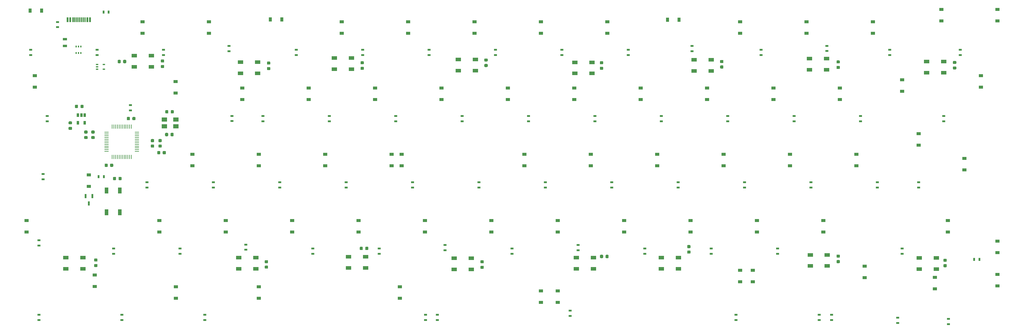
<source format=gbp>
G04 #@! TF.GenerationSoftware,KiCad,Pcbnew,5.1.5-52549c5~84~ubuntu16.04.1*
G04 #@! TF.CreationDate,2020-01-22T20:14:05-05:00*
G04 #@! TF.ProjectId,co60,636f3630-2e6b-4696-9361-645f70636258,rev?*
G04 #@! TF.SameCoordinates,PX4b4f718PY8c7ecc0*
G04 #@! TF.FileFunction,Paste,Bot*
G04 #@! TF.FilePolarity,Positive*
%FSLAX46Y46*%
G04 Gerber Fmt 4.6, Leading zero omitted, Abs format (unit mm)*
G04 Created by KiCad (PCBNEW 5.1.5-52549c5~84~ubuntu16.04.1) date 2020-01-22 20:14:05*
%MOMM*%
%LPD*%
G04 APERTURE LIST*
%ADD10R,0.600000X1.450000*%
%ADD11R,0.300000X1.450000*%
%ADD12R,0.900000X0.500000*%
%ADD13R,0.500000X0.900000*%
%ADD14R,1.300000X0.700000*%
%ADD15R,1.200000X0.900000*%
%ADD16R,0.900000X1.200000*%
%ADD17R,1.000000X1.700000*%
%ADD18R,0.600000X1.300000*%
%ADD19R,0.250000X1.300000*%
%ADD20R,1.300000X0.250000*%
%ADD21R,0.650000X1.060000*%
%ADD22R,1.600000X1.300000*%
%ADD23C,0.100000*%
%ADD24R,1.500000X1.000000*%
%ADD25R,0.420000X0.600000*%
%ADD26R,0.650000X0.400000*%
G04 APERTURE END LIST*
D10*
X21438400Y88875800D03*
X14988400Y88875800D03*
X20663400Y88875800D03*
X15763400Y88875800D03*
D11*
X16463400Y88875800D03*
X19963400Y88875800D03*
X16963400Y88875800D03*
X19463400Y88875800D03*
X17463400Y88875800D03*
X18963400Y88875800D03*
X18463400Y88875800D03*
X17963400Y88875800D03*
D12*
X267741400Y1282000D03*
X267741400Y2782000D03*
X253136400Y3163000D03*
X253136400Y1663000D03*
X234165775Y2504375D03*
X234165775Y4004375D03*
X230593900Y2504375D03*
X230593900Y4004375D03*
X206781400Y2504375D03*
X206781400Y4004375D03*
X159156400Y3695000D03*
X159156400Y5195000D03*
X121056400Y2504375D03*
X121056400Y4004375D03*
X117678200Y2475800D03*
X117678200Y3975800D03*
X54381400Y2504375D03*
X54381400Y4004375D03*
X30568900Y2504375D03*
X30568900Y4004375D03*
X6756400Y2504375D03*
X6756400Y4004375D03*
D13*
X275087650Y19923125D03*
X276587650Y19923125D03*
D12*
X254406400Y21554375D03*
X254406400Y23054375D03*
X218687650Y21554375D03*
X218687650Y23054375D03*
X199637650Y21554375D03*
X199637650Y23054375D03*
X180587650Y21554375D03*
X180587650Y23054375D03*
X161441400Y22540000D03*
X161441400Y24040000D03*
X142487650Y21554375D03*
X142487650Y23054375D03*
X123281400Y22570000D03*
X123281400Y24070000D03*
X104387650Y21554375D03*
X104387650Y23054375D03*
X85337650Y21554375D03*
X85337650Y23054375D03*
X66121400Y22670000D03*
X66121400Y24170000D03*
X47237650Y21554375D03*
X47237650Y23054375D03*
X28187650Y21554375D03*
X28187650Y23054375D03*
X6756400Y23935625D03*
X6756400Y25435625D03*
X259168900Y40604375D03*
X259168900Y42104375D03*
X247262650Y40604375D03*
X247262650Y42104375D03*
X228212650Y40604375D03*
X228212650Y42104375D03*
X209162650Y40604375D03*
X209162650Y42104375D03*
X190112650Y40604375D03*
X190112650Y42104375D03*
X171062650Y40604375D03*
X171062650Y42104375D03*
X152012650Y40604375D03*
X152012650Y42104375D03*
X132962650Y40604375D03*
X132962650Y42104375D03*
X113912650Y40604375D03*
X113912650Y42104375D03*
X94862650Y40604375D03*
X94862650Y42104375D03*
X75812650Y40604375D03*
X75812650Y42104375D03*
X56762650Y40604375D03*
X56762650Y42104375D03*
X37712650Y40604375D03*
X37712650Y42104375D03*
X7947025Y42985625D03*
X7947025Y44485625D03*
X266312650Y59654375D03*
X266312650Y61154375D03*
X242500150Y59654375D03*
X242500150Y61154375D03*
X223450150Y59654375D03*
X223450150Y61154375D03*
X204400150Y59654375D03*
X204400150Y61154375D03*
X185350150Y59654375D03*
X185350150Y61154375D03*
X166300150Y59654375D03*
X166300150Y61154375D03*
X147250150Y59654375D03*
X147250150Y61154375D03*
X71050150Y59654375D03*
X71050150Y61154375D03*
X62151400Y61170000D03*
X62151400Y59670000D03*
X33031400Y62770000D03*
X33031400Y64270000D03*
X9137650Y59654375D03*
X9137650Y61154375D03*
X271075150Y78704375D03*
X271075150Y80204375D03*
X250834525Y78704375D03*
X250834525Y80204375D03*
X232851400Y79840000D03*
X232851400Y81340000D03*
X213925150Y78704375D03*
X213925150Y80204375D03*
X194161400Y79760000D03*
X194161400Y81260000D03*
X175825150Y78704375D03*
X175825150Y80204375D03*
X156775150Y78704375D03*
X156775150Y80204375D03*
X137725150Y78704375D03*
X137725150Y80204375D03*
X118675150Y78704375D03*
X118675150Y80204375D03*
X99625150Y78704375D03*
X99625150Y80204375D03*
X80575150Y78704375D03*
X80575150Y80204375D03*
X61271400Y79770000D03*
X61271400Y81270000D03*
X42475150Y78704375D03*
X42475150Y80204375D03*
X23425150Y78704375D03*
X23425150Y80204375D03*
X4375150Y78704375D03*
X4375150Y80204375D03*
D14*
X14231400Y81320000D03*
X14231400Y83220000D03*
D15*
X281790775Y12320000D03*
X281790775Y15620000D03*
X263781400Y11420000D03*
X263781400Y14720000D03*
X243690775Y14701250D03*
X243690775Y18001250D03*
X211543900Y13510625D03*
X211543900Y16810625D03*
X207972025Y13510625D03*
X207972025Y16810625D03*
X155584525Y7557500D03*
X155584525Y10857500D03*
X150822025Y7557500D03*
X150822025Y10857500D03*
X110340775Y8748125D03*
X110340775Y12048125D03*
X69859525Y8748125D03*
X69859525Y12048125D03*
X46047025Y8748125D03*
X46047025Y12048125D03*
X22733000Y12167600D03*
X22733000Y15467600D03*
X281790775Y21845000D03*
X281790775Y25145000D03*
X267503275Y27798125D03*
X267503275Y31098125D03*
X231784525Y27798125D03*
X231784525Y31098125D03*
X212734525Y27798125D03*
X212734525Y31098125D03*
X193684525Y27798125D03*
X193684525Y31098125D03*
X174634525Y27798125D03*
X174634525Y31098125D03*
X155584525Y27798125D03*
X155584525Y31098125D03*
X136534525Y27798125D03*
X136534525Y31098125D03*
X117484525Y27798125D03*
X117484525Y31098125D03*
X98434525Y27798125D03*
X98434525Y31098125D03*
X79384525Y27798125D03*
X79384525Y31098125D03*
X60334525Y27798125D03*
X60334525Y31098125D03*
X41284525Y27798125D03*
X41284525Y31098125D03*
X3184525Y27798125D03*
X3184525Y31098125D03*
X272265775Y45657500D03*
X272265775Y48957500D03*
X259168900Y52801250D03*
X259168900Y56101250D03*
X241309525Y46848125D03*
X241309525Y50148125D03*
X222259525Y46848125D03*
X222259525Y50148125D03*
X203209525Y46848125D03*
X203209525Y50148125D03*
X184159525Y46848125D03*
X184159525Y50148125D03*
X165109525Y46848125D03*
X165109525Y50148125D03*
X146059525Y46848125D03*
X146059525Y50148125D03*
X110832900Y46850300D03*
X110832900Y50150300D03*
X107959525Y46848125D03*
X107959525Y50148125D03*
X88909525Y46848125D03*
X88909525Y50148125D03*
X69859525Y46848125D03*
X69859525Y50148125D03*
X50809525Y46848125D03*
X50809525Y50148125D03*
X21043900Y40895000D03*
X21043900Y44195000D03*
X277028275Y69470000D03*
X277028275Y72770000D03*
X254406400Y68279375D03*
X254406400Y71579375D03*
X236547025Y65898125D03*
X236547025Y69198125D03*
X217497025Y65898125D03*
X217497025Y69198125D03*
X198447025Y65898125D03*
X198447025Y69198125D03*
X179397025Y65898125D03*
X179397025Y69198125D03*
X160347025Y65898125D03*
X160347025Y69198125D03*
X141297025Y65898125D03*
X141297025Y69198125D03*
X122247025Y65898125D03*
X122247025Y69198125D03*
X103197025Y65898125D03*
X103197025Y69198125D03*
X84147025Y65898125D03*
X84147025Y69198125D03*
X65097025Y65898125D03*
X65097025Y69198125D03*
X45931400Y67770000D03*
X45931400Y71070000D03*
X5565775Y69470000D03*
X5565775Y72770000D03*
X281790775Y88520000D03*
X281790775Y91820000D03*
X265709400Y88520000D03*
X265709400Y91820000D03*
X246072025Y84948125D03*
X246072025Y88248125D03*
X227022025Y84948125D03*
X227022025Y88248125D03*
X207972025Y84948125D03*
X207972025Y88248125D03*
D16*
X190421400Y88850000D03*
X187121400Y88850000D03*
D15*
X169872025Y84948125D03*
X169872025Y88248125D03*
X150822025Y84948125D03*
X150822025Y88248125D03*
X131772025Y84948125D03*
X131772025Y88248125D03*
X112722025Y84948125D03*
X112722025Y88248125D03*
X93672025Y84948125D03*
X93672025Y88248125D03*
D16*
X76431400Y88930000D03*
X73131400Y88930000D03*
D15*
X55572025Y84948125D03*
X55572025Y88248125D03*
X36522025Y84948125D03*
X36522025Y88248125D03*
D16*
X7517400Y91440000D03*
X4217400Y91440000D03*
D17*
X26192400Y39726000D03*
X26192400Y33426000D03*
X29992400Y39726000D03*
X29992400Y33426000D03*
D13*
X26781400Y91070000D03*
X25281400Y91070000D03*
D12*
X12065000Y88176800D03*
X12065000Y86676800D03*
X128200150Y59654375D03*
X128200150Y61154375D03*
X109150150Y59654375D03*
X109150150Y61154375D03*
X90100150Y59654375D03*
X90100150Y61154375D03*
D18*
X21107400Y36034000D03*
X22057400Y38134000D03*
X20157400Y38134000D03*
D13*
X23881400Y43720000D03*
X25381400Y43720000D03*
D19*
X33281400Y58070000D03*
X32781400Y58070000D03*
X32281400Y58070000D03*
X31781400Y58070000D03*
X31281400Y58070000D03*
X30781400Y58070000D03*
X30281400Y58070000D03*
X29781400Y58070000D03*
X29281400Y58070000D03*
X28781400Y58070000D03*
X28281400Y58070000D03*
X27781400Y58070000D03*
D20*
X26181400Y56470000D03*
X26181400Y55970000D03*
X26181400Y55470000D03*
X26181400Y54970000D03*
X26181400Y54470000D03*
X26181400Y53970000D03*
X26181400Y53470000D03*
X26181400Y52970000D03*
X26181400Y52470000D03*
X26181400Y51970000D03*
X26181400Y51470000D03*
X26181400Y50970000D03*
D19*
X27781400Y49370000D03*
X28281400Y49370000D03*
X28781400Y49370000D03*
X29281400Y49370000D03*
X29781400Y49370000D03*
X30281400Y49370000D03*
X30781400Y49370000D03*
X31281400Y49370000D03*
X31781400Y49370000D03*
X32281400Y49370000D03*
X32781400Y49370000D03*
X33281400Y49370000D03*
D20*
X34881400Y50970000D03*
X34881400Y51470000D03*
X34881400Y51970000D03*
X34881400Y52470000D03*
X34881400Y52970000D03*
X34881400Y53470000D03*
X34881400Y53970000D03*
X34881400Y54470000D03*
X34881400Y54970000D03*
X34881400Y55470000D03*
X34881400Y55970000D03*
X34881400Y56470000D03*
D21*
X17981400Y59220000D03*
X19881400Y59220000D03*
X19881400Y61420000D03*
X18931400Y61420000D03*
X17981400Y61420000D03*
D22*
X46031400Y60150000D03*
X42731400Y60150000D03*
X42731400Y58150000D03*
X46031400Y58150000D03*
D23*
G36*
X42499091Y75828947D02*
G01*
X42520326Y75825797D01*
X42541150Y75820581D01*
X42561362Y75813349D01*
X42580768Y75804170D01*
X42599181Y75793134D01*
X42616424Y75780346D01*
X42632330Y75765930D01*
X42646746Y75750024D01*
X42659534Y75732781D01*
X42670570Y75714368D01*
X42679749Y75694962D01*
X42686981Y75674750D01*
X42692197Y75653926D01*
X42695347Y75632691D01*
X42696400Y75611250D01*
X42696400Y75173750D01*
X42695347Y75152309D01*
X42692197Y75131074D01*
X42686981Y75110250D01*
X42679749Y75090038D01*
X42670570Y75070632D01*
X42659534Y75052219D01*
X42646746Y75034976D01*
X42632330Y75019070D01*
X42616424Y75004654D01*
X42599181Y74991866D01*
X42580768Y74980830D01*
X42561362Y74971651D01*
X42541150Y74964419D01*
X42520326Y74959203D01*
X42499091Y74956053D01*
X42477650Y74955000D01*
X41965150Y74955000D01*
X41943709Y74956053D01*
X41922474Y74959203D01*
X41901650Y74964419D01*
X41881438Y74971651D01*
X41862032Y74980830D01*
X41843619Y74991866D01*
X41826376Y75004654D01*
X41810470Y75019070D01*
X41796054Y75034976D01*
X41783266Y75052219D01*
X41772230Y75070632D01*
X41763051Y75090038D01*
X41755819Y75110250D01*
X41750603Y75131074D01*
X41747453Y75152309D01*
X41746400Y75173750D01*
X41746400Y75611250D01*
X41747453Y75632691D01*
X41750603Y75653926D01*
X41755819Y75674750D01*
X41763051Y75694962D01*
X41772230Y75714368D01*
X41783266Y75732781D01*
X41796054Y75750024D01*
X41810470Y75765930D01*
X41826376Y75780346D01*
X41843619Y75793134D01*
X41862032Y75804170D01*
X41881438Y75813349D01*
X41901650Y75820581D01*
X41922474Y75825797D01*
X41943709Y75828947D01*
X41965150Y75830000D01*
X42477650Y75830000D01*
X42499091Y75828947D01*
G37*
G36*
X42499091Y77403947D02*
G01*
X42520326Y77400797D01*
X42541150Y77395581D01*
X42561362Y77388349D01*
X42580768Y77379170D01*
X42599181Y77368134D01*
X42616424Y77355346D01*
X42632330Y77340930D01*
X42646746Y77325024D01*
X42659534Y77307781D01*
X42670570Y77289368D01*
X42679749Y77269962D01*
X42686981Y77249750D01*
X42692197Y77228926D01*
X42695347Y77207691D01*
X42696400Y77186250D01*
X42696400Y76748750D01*
X42695347Y76727309D01*
X42692197Y76706074D01*
X42686981Y76685250D01*
X42679749Y76665038D01*
X42670570Y76645632D01*
X42659534Y76627219D01*
X42646746Y76609976D01*
X42632330Y76594070D01*
X42616424Y76579654D01*
X42599181Y76566866D01*
X42580768Y76555830D01*
X42561362Y76546651D01*
X42541150Y76539419D01*
X42520326Y76534203D01*
X42499091Y76531053D01*
X42477650Y76530000D01*
X41965150Y76530000D01*
X41943709Y76531053D01*
X41922474Y76534203D01*
X41901650Y76539419D01*
X41881438Y76546651D01*
X41862032Y76555830D01*
X41843619Y76566866D01*
X41826376Y76579654D01*
X41810470Y76594070D01*
X41796054Y76609976D01*
X41783266Y76627219D01*
X41772230Y76645632D01*
X41763051Y76665038D01*
X41755819Y76685250D01*
X41750603Y76706074D01*
X41747453Y76727309D01*
X41746400Y76748750D01*
X41746400Y77186250D01*
X41747453Y77207691D01*
X41750603Y77228926D01*
X41755819Y77249750D01*
X41763051Y77269962D01*
X41772230Y77289368D01*
X41783266Y77307781D01*
X41796054Y77325024D01*
X41810470Y77340930D01*
X41826376Y77355346D01*
X41843619Y77368134D01*
X41862032Y77379170D01*
X41881438Y77388349D01*
X41901650Y77395581D01*
X41922474Y77400797D01*
X41943709Y77403947D01*
X41965150Y77405000D01*
X42477650Y77405000D01*
X42499091Y77403947D01*
G37*
G36*
X72929091Y76813947D02*
G01*
X72950326Y76810797D01*
X72971150Y76805581D01*
X72991362Y76798349D01*
X73010768Y76789170D01*
X73029181Y76778134D01*
X73046424Y76765346D01*
X73062330Y76750930D01*
X73076746Y76735024D01*
X73089534Y76717781D01*
X73100570Y76699368D01*
X73109749Y76679962D01*
X73116981Y76659750D01*
X73122197Y76638926D01*
X73125347Y76617691D01*
X73126400Y76596250D01*
X73126400Y76158750D01*
X73125347Y76137309D01*
X73122197Y76116074D01*
X73116981Y76095250D01*
X73109749Y76075038D01*
X73100570Y76055632D01*
X73089534Y76037219D01*
X73076746Y76019976D01*
X73062330Y76004070D01*
X73046424Y75989654D01*
X73029181Y75976866D01*
X73010768Y75965830D01*
X72991362Y75956651D01*
X72971150Y75949419D01*
X72950326Y75944203D01*
X72929091Y75941053D01*
X72907650Y75940000D01*
X72395150Y75940000D01*
X72373709Y75941053D01*
X72352474Y75944203D01*
X72331650Y75949419D01*
X72311438Y75956651D01*
X72292032Y75965830D01*
X72273619Y75976866D01*
X72256376Y75989654D01*
X72240470Y76004070D01*
X72226054Y76019976D01*
X72213266Y76037219D01*
X72202230Y76055632D01*
X72193051Y76075038D01*
X72185819Y76095250D01*
X72180603Y76116074D01*
X72177453Y76137309D01*
X72176400Y76158750D01*
X72176400Y76596250D01*
X72177453Y76617691D01*
X72180603Y76638926D01*
X72185819Y76659750D01*
X72193051Y76679962D01*
X72202230Y76699368D01*
X72213266Y76717781D01*
X72226054Y76735024D01*
X72240470Y76750930D01*
X72256376Y76765346D01*
X72273619Y76778134D01*
X72292032Y76789170D01*
X72311438Y76798349D01*
X72331650Y76805581D01*
X72352474Y76810797D01*
X72373709Y76813947D01*
X72395150Y76815000D01*
X72907650Y76815000D01*
X72929091Y76813947D01*
G37*
G36*
X72929091Y75238947D02*
G01*
X72950326Y75235797D01*
X72971150Y75230581D01*
X72991362Y75223349D01*
X73010768Y75214170D01*
X73029181Y75203134D01*
X73046424Y75190346D01*
X73062330Y75175930D01*
X73076746Y75160024D01*
X73089534Y75142781D01*
X73100570Y75124368D01*
X73109749Y75104962D01*
X73116981Y75084750D01*
X73122197Y75063926D01*
X73125347Y75042691D01*
X73126400Y75021250D01*
X73126400Y74583750D01*
X73125347Y74562309D01*
X73122197Y74541074D01*
X73116981Y74520250D01*
X73109749Y74500038D01*
X73100570Y74480632D01*
X73089534Y74462219D01*
X73076746Y74444976D01*
X73062330Y74429070D01*
X73046424Y74414654D01*
X73029181Y74401866D01*
X73010768Y74390830D01*
X72991362Y74381651D01*
X72971150Y74374419D01*
X72950326Y74369203D01*
X72929091Y74366053D01*
X72907650Y74365000D01*
X72395150Y74365000D01*
X72373709Y74366053D01*
X72352474Y74369203D01*
X72331650Y74374419D01*
X72311438Y74381651D01*
X72292032Y74390830D01*
X72273619Y74401866D01*
X72256376Y74414654D01*
X72240470Y74429070D01*
X72226054Y74444976D01*
X72213266Y74462219D01*
X72202230Y74480632D01*
X72193051Y74500038D01*
X72185819Y74520250D01*
X72180603Y74541074D01*
X72177453Y74562309D01*
X72176400Y74583750D01*
X72176400Y75021250D01*
X72177453Y75042691D01*
X72180603Y75063926D01*
X72185819Y75084750D01*
X72193051Y75104962D01*
X72202230Y75124368D01*
X72213266Y75142781D01*
X72226054Y75160024D01*
X72240470Y75175930D01*
X72256376Y75190346D01*
X72273619Y75203134D01*
X72292032Y75214170D01*
X72311438Y75223349D01*
X72331650Y75230581D01*
X72352474Y75235797D01*
X72373709Y75238947D01*
X72395150Y75240000D01*
X72907650Y75240000D01*
X72929091Y75238947D01*
G37*
G36*
X99779091Y75308947D02*
G01*
X99800326Y75305797D01*
X99821150Y75300581D01*
X99841362Y75293349D01*
X99860768Y75284170D01*
X99879181Y75273134D01*
X99896424Y75260346D01*
X99912330Y75245930D01*
X99926746Y75230024D01*
X99939534Y75212781D01*
X99950570Y75194368D01*
X99959749Y75174962D01*
X99966981Y75154750D01*
X99972197Y75133926D01*
X99975347Y75112691D01*
X99976400Y75091250D01*
X99976400Y74653750D01*
X99975347Y74632309D01*
X99972197Y74611074D01*
X99966981Y74590250D01*
X99959749Y74570038D01*
X99950570Y74550632D01*
X99939534Y74532219D01*
X99926746Y74514976D01*
X99912330Y74499070D01*
X99896424Y74484654D01*
X99879181Y74471866D01*
X99860768Y74460830D01*
X99841362Y74451651D01*
X99821150Y74444419D01*
X99800326Y74439203D01*
X99779091Y74436053D01*
X99757650Y74435000D01*
X99245150Y74435000D01*
X99223709Y74436053D01*
X99202474Y74439203D01*
X99181650Y74444419D01*
X99161438Y74451651D01*
X99142032Y74460830D01*
X99123619Y74471866D01*
X99106376Y74484654D01*
X99090470Y74499070D01*
X99076054Y74514976D01*
X99063266Y74532219D01*
X99052230Y74550632D01*
X99043051Y74570038D01*
X99035819Y74590250D01*
X99030603Y74611074D01*
X99027453Y74632309D01*
X99026400Y74653750D01*
X99026400Y75091250D01*
X99027453Y75112691D01*
X99030603Y75133926D01*
X99035819Y75154750D01*
X99043051Y75174962D01*
X99052230Y75194368D01*
X99063266Y75212781D01*
X99076054Y75230024D01*
X99090470Y75245930D01*
X99106376Y75260346D01*
X99123619Y75273134D01*
X99142032Y75284170D01*
X99161438Y75293349D01*
X99181650Y75300581D01*
X99202474Y75305797D01*
X99223709Y75308947D01*
X99245150Y75310000D01*
X99757650Y75310000D01*
X99779091Y75308947D01*
G37*
G36*
X99779091Y76883947D02*
G01*
X99800326Y76880797D01*
X99821150Y76875581D01*
X99841362Y76868349D01*
X99860768Y76859170D01*
X99879181Y76848134D01*
X99896424Y76835346D01*
X99912330Y76820930D01*
X99926746Y76805024D01*
X99939534Y76787781D01*
X99950570Y76769368D01*
X99959749Y76749962D01*
X99966981Y76729750D01*
X99972197Y76708926D01*
X99975347Y76687691D01*
X99976400Y76666250D01*
X99976400Y76228750D01*
X99975347Y76207309D01*
X99972197Y76186074D01*
X99966981Y76165250D01*
X99959749Y76145038D01*
X99950570Y76125632D01*
X99939534Y76107219D01*
X99926746Y76089976D01*
X99912330Y76074070D01*
X99896424Y76059654D01*
X99879181Y76046866D01*
X99860768Y76035830D01*
X99841362Y76026651D01*
X99821150Y76019419D01*
X99800326Y76014203D01*
X99779091Y76011053D01*
X99757650Y76010000D01*
X99245150Y76010000D01*
X99223709Y76011053D01*
X99202474Y76014203D01*
X99181650Y76019419D01*
X99161438Y76026651D01*
X99142032Y76035830D01*
X99123619Y76046866D01*
X99106376Y76059654D01*
X99090470Y76074070D01*
X99076054Y76089976D01*
X99063266Y76107219D01*
X99052230Y76125632D01*
X99043051Y76145038D01*
X99035819Y76165250D01*
X99030603Y76186074D01*
X99027453Y76207309D01*
X99026400Y76228750D01*
X99026400Y76666250D01*
X99027453Y76687691D01*
X99030603Y76708926D01*
X99035819Y76729750D01*
X99043051Y76749962D01*
X99052230Y76769368D01*
X99063266Y76787781D01*
X99076054Y76805024D01*
X99090470Y76820930D01*
X99106376Y76835346D01*
X99123619Y76848134D01*
X99142032Y76859170D01*
X99161438Y76868349D01*
X99181650Y76875581D01*
X99202474Y76880797D01*
X99223709Y76883947D01*
X99245150Y76885000D01*
X99757650Y76885000D01*
X99779091Y76883947D01*
G37*
G36*
X135309091Y76118947D02*
G01*
X135330326Y76115797D01*
X135351150Y76110581D01*
X135371362Y76103349D01*
X135390768Y76094170D01*
X135409181Y76083134D01*
X135426424Y76070346D01*
X135442330Y76055930D01*
X135456746Y76040024D01*
X135469534Y76022781D01*
X135480570Y76004368D01*
X135489749Y75984962D01*
X135496981Y75964750D01*
X135502197Y75943926D01*
X135505347Y75922691D01*
X135506400Y75901250D01*
X135506400Y75463750D01*
X135505347Y75442309D01*
X135502197Y75421074D01*
X135496981Y75400250D01*
X135489749Y75380038D01*
X135480570Y75360632D01*
X135469534Y75342219D01*
X135456746Y75324976D01*
X135442330Y75309070D01*
X135426424Y75294654D01*
X135409181Y75281866D01*
X135390768Y75270830D01*
X135371362Y75261651D01*
X135351150Y75254419D01*
X135330326Y75249203D01*
X135309091Y75246053D01*
X135287650Y75245000D01*
X134775150Y75245000D01*
X134753709Y75246053D01*
X134732474Y75249203D01*
X134711650Y75254419D01*
X134691438Y75261651D01*
X134672032Y75270830D01*
X134653619Y75281866D01*
X134636376Y75294654D01*
X134620470Y75309070D01*
X134606054Y75324976D01*
X134593266Y75342219D01*
X134582230Y75360632D01*
X134573051Y75380038D01*
X134565819Y75400250D01*
X134560603Y75421074D01*
X134557453Y75442309D01*
X134556400Y75463750D01*
X134556400Y75901250D01*
X134557453Y75922691D01*
X134560603Y75943926D01*
X134565819Y75964750D01*
X134573051Y75984962D01*
X134582230Y76004368D01*
X134593266Y76022781D01*
X134606054Y76040024D01*
X134620470Y76055930D01*
X134636376Y76070346D01*
X134653619Y76083134D01*
X134672032Y76094170D01*
X134691438Y76103349D01*
X134711650Y76110581D01*
X134732474Y76115797D01*
X134753709Y76118947D01*
X134775150Y76120000D01*
X135287650Y76120000D01*
X135309091Y76118947D01*
G37*
G36*
X135309091Y77693947D02*
G01*
X135330326Y77690797D01*
X135351150Y77685581D01*
X135371362Y77678349D01*
X135390768Y77669170D01*
X135409181Y77658134D01*
X135426424Y77645346D01*
X135442330Y77630930D01*
X135456746Y77615024D01*
X135469534Y77597781D01*
X135480570Y77579368D01*
X135489749Y77559962D01*
X135496981Y77539750D01*
X135502197Y77518926D01*
X135505347Y77497691D01*
X135506400Y77476250D01*
X135506400Y77038750D01*
X135505347Y77017309D01*
X135502197Y76996074D01*
X135496981Y76975250D01*
X135489749Y76955038D01*
X135480570Y76935632D01*
X135469534Y76917219D01*
X135456746Y76899976D01*
X135442330Y76884070D01*
X135426424Y76869654D01*
X135409181Y76856866D01*
X135390768Y76845830D01*
X135371362Y76836651D01*
X135351150Y76829419D01*
X135330326Y76824203D01*
X135309091Y76821053D01*
X135287650Y76820000D01*
X134775150Y76820000D01*
X134753709Y76821053D01*
X134732474Y76824203D01*
X134711650Y76829419D01*
X134691438Y76836651D01*
X134672032Y76845830D01*
X134653619Y76856866D01*
X134636376Y76869654D01*
X134620470Y76884070D01*
X134606054Y76899976D01*
X134593266Y76917219D01*
X134582230Y76935632D01*
X134573051Y76955038D01*
X134565819Y76975250D01*
X134560603Y76996074D01*
X134557453Y77017309D01*
X134556400Y77038750D01*
X134556400Y77476250D01*
X134557453Y77497691D01*
X134560603Y77518926D01*
X134565819Y77539750D01*
X134573051Y77559962D01*
X134582230Y77579368D01*
X134593266Y77597781D01*
X134606054Y77615024D01*
X134620470Y77630930D01*
X134636376Y77645346D01*
X134653619Y77658134D01*
X134672032Y77669170D01*
X134691438Y77678349D01*
X134711650Y77685581D01*
X134732474Y77690797D01*
X134753709Y77693947D01*
X134775150Y77695000D01*
X135287650Y77695000D01*
X135309091Y77693947D01*
G37*
G36*
X168439091Y76903947D02*
G01*
X168460326Y76900797D01*
X168481150Y76895581D01*
X168501362Y76888349D01*
X168520768Y76879170D01*
X168539181Y76868134D01*
X168556424Y76855346D01*
X168572330Y76840930D01*
X168586746Y76825024D01*
X168599534Y76807781D01*
X168610570Y76789368D01*
X168619749Y76769962D01*
X168626981Y76749750D01*
X168632197Y76728926D01*
X168635347Y76707691D01*
X168636400Y76686250D01*
X168636400Y76248750D01*
X168635347Y76227309D01*
X168632197Y76206074D01*
X168626981Y76185250D01*
X168619749Y76165038D01*
X168610570Y76145632D01*
X168599534Y76127219D01*
X168586746Y76109976D01*
X168572330Y76094070D01*
X168556424Y76079654D01*
X168539181Y76066866D01*
X168520768Y76055830D01*
X168501362Y76046651D01*
X168481150Y76039419D01*
X168460326Y76034203D01*
X168439091Y76031053D01*
X168417650Y76030000D01*
X167905150Y76030000D01*
X167883709Y76031053D01*
X167862474Y76034203D01*
X167841650Y76039419D01*
X167821438Y76046651D01*
X167802032Y76055830D01*
X167783619Y76066866D01*
X167766376Y76079654D01*
X167750470Y76094070D01*
X167736054Y76109976D01*
X167723266Y76127219D01*
X167712230Y76145632D01*
X167703051Y76165038D01*
X167695819Y76185250D01*
X167690603Y76206074D01*
X167687453Y76227309D01*
X167686400Y76248750D01*
X167686400Y76686250D01*
X167687453Y76707691D01*
X167690603Y76728926D01*
X167695819Y76749750D01*
X167703051Y76769962D01*
X167712230Y76789368D01*
X167723266Y76807781D01*
X167736054Y76825024D01*
X167750470Y76840930D01*
X167766376Y76855346D01*
X167783619Y76868134D01*
X167802032Y76879170D01*
X167821438Y76888349D01*
X167841650Y76895581D01*
X167862474Y76900797D01*
X167883709Y76903947D01*
X167905150Y76905000D01*
X168417650Y76905000D01*
X168439091Y76903947D01*
G37*
G36*
X168439091Y75328947D02*
G01*
X168460326Y75325797D01*
X168481150Y75320581D01*
X168501362Y75313349D01*
X168520768Y75304170D01*
X168539181Y75293134D01*
X168556424Y75280346D01*
X168572330Y75265930D01*
X168586746Y75250024D01*
X168599534Y75232781D01*
X168610570Y75214368D01*
X168619749Y75194962D01*
X168626981Y75174750D01*
X168632197Y75153926D01*
X168635347Y75132691D01*
X168636400Y75111250D01*
X168636400Y74673750D01*
X168635347Y74652309D01*
X168632197Y74631074D01*
X168626981Y74610250D01*
X168619749Y74590038D01*
X168610570Y74570632D01*
X168599534Y74552219D01*
X168586746Y74534976D01*
X168572330Y74519070D01*
X168556424Y74504654D01*
X168539181Y74491866D01*
X168520768Y74480830D01*
X168501362Y74471651D01*
X168481150Y74464419D01*
X168460326Y74459203D01*
X168439091Y74456053D01*
X168417650Y74455000D01*
X167905150Y74455000D01*
X167883709Y74456053D01*
X167862474Y74459203D01*
X167841650Y74464419D01*
X167821438Y74471651D01*
X167802032Y74480830D01*
X167783619Y74491866D01*
X167766376Y74504654D01*
X167750470Y74519070D01*
X167736054Y74534976D01*
X167723266Y74552219D01*
X167712230Y74570632D01*
X167703051Y74590038D01*
X167695819Y74610250D01*
X167690603Y74631074D01*
X167687453Y74652309D01*
X167686400Y74673750D01*
X167686400Y75111250D01*
X167687453Y75132691D01*
X167690603Y75153926D01*
X167695819Y75174750D01*
X167703051Y75194962D01*
X167712230Y75214368D01*
X167723266Y75232781D01*
X167736054Y75250024D01*
X167750470Y75265930D01*
X167766376Y75280346D01*
X167783619Y75293134D01*
X167802032Y75304170D01*
X167821438Y75313349D01*
X167841650Y75320581D01*
X167862474Y75325797D01*
X167883709Y75328947D01*
X167905150Y75330000D01*
X168417650Y75330000D01*
X168439091Y75328947D01*
G37*
G36*
X202949091Y75678947D02*
G01*
X202970326Y75675797D01*
X202991150Y75670581D01*
X203011362Y75663349D01*
X203030768Y75654170D01*
X203049181Y75643134D01*
X203066424Y75630346D01*
X203082330Y75615930D01*
X203096746Y75600024D01*
X203109534Y75582781D01*
X203120570Y75564368D01*
X203129749Y75544962D01*
X203136981Y75524750D01*
X203142197Y75503926D01*
X203145347Y75482691D01*
X203146400Y75461250D01*
X203146400Y75023750D01*
X203145347Y75002309D01*
X203142197Y74981074D01*
X203136981Y74960250D01*
X203129749Y74940038D01*
X203120570Y74920632D01*
X203109534Y74902219D01*
X203096746Y74884976D01*
X203082330Y74869070D01*
X203066424Y74854654D01*
X203049181Y74841866D01*
X203030768Y74830830D01*
X203011362Y74821651D01*
X202991150Y74814419D01*
X202970326Y74809203D01*
X202949091Y74806053D01*
X202927650Y74805000D01*
X202415150Y74805000D01*
X202393709Y74806053D01*
X202372474Y74809203D01*
X202351650Y74814419D01*
X202331438Y74821651D01*
X202312032Y74830830D01*
X202293619Y74841866D01*
X202276376Y74854654D01*
X202260470Y74869070D01*
X202246054Y74884976D01*
X202233266Y74902219D01*
X202222230Y74920632D01*
X202213051Y74940038D01*
X202205819Y74960250D01*
X202200603Y74981074D01*
X202197453Y75002309D01*
X202196400Y75023750D01*
X202196400Y75461250D01*
X202197453Y75482691D01*
X202200603Y75503926D01*
X202205819Y75524750D01*
X202213051Y75544962D01*
X202222230Y75564368D01*
X202233266Y75582781D01*
X202246054Y75600024D01*
X202260470Y75615930D01*
X202276376Y75630346D01*
X202293619Y75643134D01*
X202312032Y75654170D01*
X202331438Y75663349D01*
X202351650Y75670581D01*
X202372474Y75675797D01*
X202393709Y75678947D01*
X202415150Y75680000D01*
X202927650Y75680000D01*
X202949091Y75678947D01*
G37*
G36*
X202949091Y77253947D02*
G01*
X202970326Y77250797D01*
X202991150Y77245581D01*
X203011362Y77238349D01*
X203030768Y77229170D01*
X203049181Y77218134D01*
X203066424Y77205346D01*
X203082330Y77190930D01*
X203096746Y77175024D01*
X203109534Y77157781D01*
X203120570Y77139368D01*
X203129749Y77119962D01*
X203136981Y77099750D01*
X203142197Y77078926D01*
X203145347Y77057691D01*
X203146400Y77036250D01*
X203146400Y76598750D01*
X203145347Y76577309D01*
X203142197Y76556074D01*
X203136981Y76535250D01*
X203129749Y76515038D01*
X203120570Y76495632D01*
X203109534Y76477219D01*
X203096746Y76459976D01*
X203082330Y76444070D01*
X203066424Y76429654D01*
X203049181Y76416866D01*
X203030768Y76405830D01*
X203011362Y76396651D01*
X202991150Y76389419D01*
X202970326Y76384203D01*
X202949091Y76381053D01*
X202927650Y76380000D01*
X202415150Y76380000D01*
X202393709Y76381053D01*
X202372474Y76384203D01*
X202351650Y76389419D01*
X202331438Y76396651D01*
X202312032Y76405830D01*
X202293619Y76416866D01*
X202276376Y76429654D01*
X202260470Y76444070D01*
X202246054Y76459976D01*
X202233266Y76477219D01*
X202222230Y76495632D01*
X202213051Y76515038D01*
X202205819Y76535250D01*
X202200603Y76556074D01*
X202197453Y76577309D01*
X202196400Y76598750D01*
X202196400Y77036250D01*
X202197453Y77057691D01*
X202200603Y77078926D01*
X202205819Y77099750D01*
X202213051Y77119962D01*
X202222230Y77139368D01*
X202233266Y77157781D01*
X202246054Y77175024D01*
X202260470Y77190930D01*
X202276376Y77205346D01*
X202293619Y77218134D01*
X202312032Y77229170D01*
X202331438Y77238349D01*
X202351650Y77245581D01*
X202372474Y77250797D01*
X202393709Y77253947D01*
X202415150Y77255000D01*
X202927650Y77255000D01*
X202949091Y77253947D01*
G37*
G36*
X236329091Y77143947D02*
G01*
X236350326Y77140797D01*
X236371150Y77135581D01*
X236391362Y77128349D01*
X236410768Y77119170D01*
X236429181Y77108134D01*
X236446424Y77095346D01*
X236462330Y77080930D01*
X236476746Y77065024D01*
X236489534Y77047781D01*
X236500570Y77029368D01*
X236509749Y77009962D01*
X236516981Y76989750D01*
X236522197Y76968926D01*
X236525347Y76947691D01*
X236526400Y76926250D01*
X236526400Y76488750D01*
X236525347Y76467309D01*
X236522197Y76446074D01*
X236516981Y76425250D01*
X236509749Y76405038D01*
X236500570Y76385632D01*
X236489534Y76367219D01*
X236476746Y76349976D01*
X236462330Y76334070D01*
X236446424Y76319654D01*
X236429181Y76306866D01*
X236410768Y76295830D01*
X236391362Y76286651D01*
X236371150Y76279419D01*
X236350326Y76274203D01*
X236329091Y76271053D01*
X236307650Y76270000D01*
X235795150Y76270000D01*
X235773709Y76271053D01*
X235752474Y76274203D01*
X235731650Y76279419D01*
X235711438Y76286651D01*
X235692032Y76295830D01*
X235673619Y76306866D01*
X235656376Y76319654D01*
X235640470Y76334070D01*
X235626054Y76349976D01*
X235613266Y76367219D01*
X235602230Y76385632D01*
X235593051Y76405038D01*
X235585819Y76425250D01*
X235580603Y76446074D01*
X235577453Y76467309D01*
X235576400Y76488750D01*
X235576400Y76926250D01*
X235577453Y76947691D01*
X235580603Y76968926D01*
X235585819Y76989750D01*
X235593051Y77009962D01*
X235602230Y77029368D01*
X235613266Y77047781D01*
X235626054Y77065024D01*
X235640470Y77080930D01*
X235656376Y77095346D01*
X235673619Y77108134D01*
X235692032Y77119170D01*
X235711438Y77128349D01*
X235731650Y77135581D01*
X235752474Y77140797D01*
X235773709Y77143947D01*
X235795150Y77145000D01*
X236307650Y77145000D01*
X236329091Y77143947D01*
G37*
G36*
X236329091Y75568947D02*
G01*
X236350326Y75565797D01*
X236371150Y75560581D01*
X236391362Y75553349D01*
X236410768Y75544170D01*
X236429181Y75533134D01*
X236446424Y75520346D01*
X236462330Y75505930D01*
X236476746Y75490024D01*
X236489534Y75472781D01*
X236500570Y75454368D01*
X236509749Y75434962D01*
X236516981Y75414750D01*
X236522197Y75393926D01*
X236525347Y75372691D01*
X236526400Y75351250D01*
X236526400Y74913750D01*
X236525347Y74892309D01*
X236522197Y74871074D01*
X236516981Y74850250D01*
X236509749Y74830038D01*
X236500570Y74810632D01*
X236489534Y74792219D01*
X236476746Y74774976D01*
X236462330Y74759070D01*
X236446424Y74744654D01*
X236429181Y74731866D01*
X236410768Y74720830D01*
X236391362Y74711651D01*
X236371150Y74704419D01*
X236350326Y74699203D01*
X236329091Y74696053D01*
X236307650Y74695000D01*
X235795150Y74695000D01*
X235773709Y74696053D01*
X235752474Y74699203D01*
X235731650Y74704419D01*
X235711438Y74711651D01*
X235692032Y74720830D01*
X235673619Y74731866D01*
X235656376Y74744654D01*
X235640470Y74759070D01*
X235626054Y74774976D01*
X235613266Y74792219D01*
X235602230Y74810632D01*
X235593051Y74830038D01*
X235585819Y74850250D01*
X235580603Y74871074D01*
X235577453Y74892309D01*
X235576400Y74913750D01*
X235576400Y75351250D01*
X235577453Y75372691D01*
X235580603Y75393926D01*
X235585819Y75414750D01*
X235593051Y75434962D01*
X235602230Y75454368D01*
X235613266Y75472781D01*
X235626054Y75490024D01*
X235640470Y75505930D01*
X235656376Y75520346D01*
X235673619Y75533134D01*
X235692032Y75544170D01*
X235711438Y75553349D01*
X235731650Y75560581D01*
X235752474Y75565797D01*
X235773709Y75568947D01*
X235795150Y75570000D01*
X236307650Y75570000D01*
X236329091Y75568947D01*
G37*
G36*
X269759091Y75408947D02*
G01*
X269780326Y75405797D01*
X269801150Y75400581D01*
X269821362Y75393349D01*
X269840768Y75384170D01*
X269859181Y75373134D01*
X269876424Y75360346D01*
X269892330Y75345930D01*
X269906746Y75330024D01*
X269919534Y75312781D01*
X269930570Y75294368D01*
X269939749Y75274962D01*
X269946981Y75254750D01*
X269952197Y75233926D01*
X269955347Y75212691D01*
X269956400Y75191250D01*
X269956400Y74753750D01*
X269955347Y74732309D01*
X269952197Y74711074D01*
X269946981Y74690250D01*
X269939749Y74670038D01*
X269930570Y74650632D01*
X269919534Y74632219D01*
X269906746Y74614976D01*
X269892330Y74599070D01*
X269876424Y74584654D01*
X269859181Y74571866D01*
X269840768Y74560830D01*
X269821362Y74551651D01*
X269801150Y74544419D01*
X269780326Y74539203D01*
X269759091Y74536053D01*
X269737650Y74535000D01*
X269225150Y74535000D01*
X269203709Y74536053D01*
X269182474Y74539203D01*
X269161650Y74544419D01*
X269141438Y74551651D01*
X269122032Y74560830D01*
X269103619Y74571866D01*
X269086376Y74584654D01*
X269070470Y74599070D01*
X269056054Y74614976D01*
X269043266Y74632219D01*
X269032230Y74650632D01*
X269023051Y74670038D01*
X269015819Y74690250D01*
X269010603Y74711074D01*
X269007453Y74732309D01*
X269006400Y74753750D01*
X269006400Y75191250D01*
X269007453Y75212691D01*
X269010603Y75233926D01*
X269015819Y75254750D01*
X269023051Y75274962D01*
X269032230Y75294368D01*
X269043266Y75312781D01*
X269056054Y75330024D01*
X269070470Y75345930D01*
X269086376Y75360346D01*
X269103619Y75373134D01*
X269122032Y75384170D01*
X269141438Y75393349D01*
X269161650Y75400581D01*
X269182474Y75405797D01*
X269203709Y75408947D01*
X269225150Y75410000D01*
X269737650Y75410000D01*
X269759091Y75408947D01*
G37*
G36*
X269759091Y76983947D02*
G01*
X269780326Y76980797D01*
X269801150Y76975581D01*
X269821362Y76968349D01*
X269840768Y76959170D01*
X269859181Y76948134D01*
X269876424Y76935346D01*
X269892330Y76920930D01*
X269906746Y76905024D01*
X269919534Y76887781D01*
X269930570Y76869368D01*
X269939749Y76849962D01*
X269946981Y76829750D01*
X269952197Y76808926D01*
X269955347Y76787691D01*
X269956400Y76766250D01*
X269956400Y76328750D01*
X269955347Y76307309D01*
X269952197Y76286074D01*
X269946981Y76265250D01*
X269939749Y76245038D01*
X269930570Y76225632D01*
X269919534Y76207219D01*
X269906746Y76189976D01*
X269892330Y76174070D01*
X269876424Y76159654D01*
X269859181Y76146866D01*
X269840768Y76135830D01*
X269821362Y76126651D01*
X269801150Y76119419D01*
X269780326Y76114203D01*
X269759091Y76111053D01*
X269737650Y76110000D01*
X269225150Y76110000D01*
X269203709Y76111053D01*
X269182474Y76114203D01*
X269161650Y76119419D01*
X269141438Y76126651D01*
X269122032Y76135830D01*
X269103619Y76146866D01*
X269086376Y76159654D01*
X269070470Y76174070D01*
X269056054Y76189976D01*
X269043266Y76207219D01*
X269032230Y76225632D01*
X269023051Y76245038D01*
X269015819Y76265250D01*
X269010603Y76286074D01*
X269007453Y76307309D01*
X269006400Y76328750D01*
X269006400Y76766250D01*
X269007453Y76787691D01*
X269010603Y76808926D01*
X269015819Y76829750D01*
X269023051Y76849962D01*
X269032230Y76869368D01*
X269043266Y76887781D01*
X269056054Y76905024D01*
X269070470Y76920930D01*
X269086376Y76935346D01*
X269103619Y76948134D01*
X269122032Y76959170D01*
X269141438Y76968349D01*
X269161650Y76975581D01*
X269182474Y76980797D01*
X269203709Y76983947D01*
X269225150Y76985000D01*
X269737650Y76985000D01*
X269759091Y76983947D01*
G37*
G36*
X267019091Y20113947D02*
G01*
X267040326Y20110797D01*
X267061150Y20105581D01*
X267081362Y20098349D01*
X267100768Y20089170D01*
X267119181Y20078134D01*
X267136424Y20065346D01*
X267152330Y20050930D01*
X267166746Y20035024D01*
X267179534Y20017781D01*
X267190570Y19999368D01*
X267199749Y19979962D01*
X267206981Y19959750D01*
X267212197Y19938926D01*
X267215347Y19917691D01*
X267216400Y19896250D01*
X267216400Y19458750D01*
X267215347Y19437309D01*
X267212197Y19416074D01*
X267206981Y19395250D01*
X267199749Y19375038D01*
X267190570Y19355632D01*
X267179534Y19337219D01*
X267166746Y19319976D01*
X267152330Y19304070D01*
X267136424Y19289654D01*
X267119181Y19276866D01*
X267100768Y19265830D01*
X267081362Y19256651D01*
X267061150Y19249419D01*
X267040326Y19244203D01*
X267019091Y19241053D01*
X266997650Y19240000D01*
X266485150Y19240000D01*
X266463709Y19241053D01*
X266442474Y19244203D01*
X266421650Y19249419D01*
X266401438Y19256651D01*
X266382032Y19265830D01*
X266363619Y19276866D01*
X266346376Y19289654D01*
X266330470Y19304070D01*
X266316054Y19319976D01*
X266303266Y19337219D01*
X266292230Y19355632D01*
X266283051Y19375038D01*
X266275819Y19395250D01*
X266270603Y19416074D01*
X266267453Y19437309D01*
X266266400Y19458750D01*
X266266400Y19896250D01*
X266267453Y19917691D01*
X266270603Y19938926D01*
X266275819Y19959750D01*
X266283051Y19979962D01*
X266292230Y19999368D01*
X266303266Y20017781D01*
X266316054Y20035024D01*
X266330470Y20050930D01*
X266346376Y20065346D01*
X266363619Y20078134D01*
X266382032Y20089170D01*
X266401438Y20098349D01*
X266421650Y20105581D01*
X266442474Y20110797D01*
X266463709Y20113947D01*
X266485150Y20115000D01*
X266997650Y20115000D01*
X267019091Y20113947D01*
G37*
G36*
X267019091Y18538947D02*
G01*
X267040326Y18535797D01*
X267061150Y18530581D01*
X267081362Y18523349D01*
X267100768Y18514170D01*
X267119181Y18503134D01*
X267136424Y18490346D01*
X267152330Y18475930D01*
X267166746Y18460024D01*
X267179534Y18442781D01*
X267190570Y18424368D01*
X267199749Y18404962D01*
X267206981Y18384750D01*
X267212197Y18363926D01*
X267215347Y18342691D01*
X267216400Y18321250D01*
X267216400Y17883750D01*
X267215347Y17862309D01*
X267212197Y17841074D01*
X267206981Y17820250D01*
X267199749Y17800038D01*
X267190570Y17780632D01*
X267179534Y17762219D01*
X267166746Y17744976D01*
X267152330Y17729070D01*
X267136424Y17714654D01*
X267119181Y17701866D01*
X267100768Y17690830D01*
X267081362Y17681651D01*
X267061150Y17674419D01*
X267040326Y17669203D01*
X267019091Y17666053D01*
X266997650Y17665000D01*
X266485150Y17665000D01*
X266463709Y17666053D01*
X266442474Y17669203D01*
X266421650Y17674419D01*
X266401438Y17681651D01*
X266382032Y17690830D01*
X266363619Y17701866D01*
X266346376Y17714654D01*
X266330470Y17729070D01*
X266316054Y17744976D01*
X266303266Y17762219D01*
X266292230Y17780632D01*
X266283051Y17800038D01*
X266275819Y17820250D01*
X266270603Y17841074D01*
X266267453Y17862309D01*
X266266400Y17883750D01*
X266266400Y18321250D01*
X266267453Y18342691D01*
X266270603Y18363926D01*
X266275819Y18384750D01*
X266283051Y18404962D01*
X266292230Y18424368D01*
X266303266Y18442781D01*
X266316054Y18460024D01*
X266330470Y18475930D01*
X266346376Y18490346D01*
X266363619Y18503134D01*
X266382032Y18514170D01*
X266401438Y18523349D01*
X266421650Y18530581D01*
X266442474Y18535797D01*
X266463709Y18538947D01*
X266485150Y18540000D01*
X266997650Y18540000D01*
X267019091Y18538947D01*
G37*
G36*
X236349091Y19718947D02*
G01*
X236370326Y19715797D01*
X236391150Y19710581D01*
X236411362Y19703349D01*
X236430768Y19694170D01*
X236449181Y19683134D01*
X236466424Y19670346D01*
X236482330Y19655930D01*
X236496746Y19640024D01*
X236509534Y19622781D01*
X236520570Y19604368D01*
X236529749Y19584962D01*
X236536981Y19564750D01*
X236542197Y19543926D01*
X236545347Y19522691D01*
X236546400Y19501250D01*
X236546400Y19063750D01*
X236545347Y19042309D01*
X236542197Y19021074D01*
X236536981Y19000250D01*
X236529749Y18980038D01*
X236520570Y18960632D01*
X236509534Y18942219D01*
X236496746Y18924976D01*
X236482330Y18909070D01*
X236466424Y18894654D01*
X236449181Y18881866D01*
X236430768Y18870830D01*
X236411362Y18861651D01*
X236391150Y18854419D01*
X236370326Y18849203D01*
X236349091Y18846053D01*
X236327650Y18845000D01*
X235815150Y18845000D01*
X235793709Y18846053D01*
X235772474Y18849203D01*
X235751650Y18854419D01*
X235731438Y18861651D01*
X235712032Y18870830D01*
X235693619Y18881866D01*
X235676376Y18894654D01*
X235660470Y18909070D01*
X235646054Y18924976D01*
X235633266Y18942219D01*
X235622230Y18960632D01*
X235613051Y18980038D01*
X235605819Y19000250D01*
X235600603Y19021074D01*
X235597453Y19042309D01*
X235596400Y19063750D01*
X235596400Y19501250D01*
X235597453Y19522691D01*
X235600603Y19543926D01*
X235605819Y19564750D01*
X235613051Y19584962D01*
X235622230Y19604368D01*
X235633266Y19622781D01*
X235646054Y19640024D01*
X235660470Y19655930D01*
X235676376Y19670346D01*
X235693619Y19683134D01*
X235712032Y19694170D01*
X235731438Y19703349D01*
X235751650Y19710581D01*
X235772474Y19715797D01*
X235793709Y19718947D01*
X235815150Y19720000D01*
X236327650Y19720000D01*
X236349091Y19718947D01*
G37*
G36*
X236349091Y21293947D02*
G01*
X236370326Y21290797D01*
X236391150Y21285581D01*
X236411362Y21278349D01*
X236430768Y21269170D01*
X236449181Y21258134D01*
X236466424Y21245346D01*
X236482330Y21230930D01*
X236496746Y21215024D01*
X236509534Y21197781D01*
X236520570Y21179368D01*
X236529749Y21159962D01*
X236536981Y21139750D01*
X236542197Y21118926D01*
X236545347Y21097691D01*
X236546400Y21076250D01*
X236546400Y20638750D01*
X236545347Y20617309D01*
X236542197Y20596074D01*
X236536981Y20575250D01*
X236529749Y20555038D01*
X236520570Y20535632D01*
X236509534Y20517219D01*
X236496746Y20499976D01*
X236482330Y20484070D01*
X236466424Y20469654D01*
X236449181Y20456866D01*
X236430768Y20445830D01*
X236411362Y20436651D01*
X236391150Y20429419D01*
X236370326Y20424203D01*
X236349091Y20421053D01*
X236327650Y20420000D01*
X235815150Y20420000D01*
X235793709Y20421053D01*
X235772474Y20424203D01*
X235751650Y20429419D01*
X235731438Y20436651D01*
X235712032Y20445830D01*
X235693619Y20456866D01*
X235676376Y20469654D01*
X235660470Y20484070D01*
X235646054Y20499976D01*
X235633266Y20517219D01*
X235622230Y20535632D01*
X235613051Y20555038D01*
X235605819Y20575250D01*
X235600603Y20596074D01*
X235597453Y20617309D01*
X235596400Y20638750D01*
X235596400Y21076250D01*
X235597453Y21097691D01*
X235600603Y21118926D01*
X235605819Y21139750D01*
X235613051Y21159962D01*
X235622230Y21179368D01*
X235633266Y21197781D01*
X235646054Y21215024D01*
X235660470Y21230930D01*
X235676376Y21245346D01*
X235693619Y21258134D01*
X235712032Y21269170D01*
X235731438Y21278349D01*
X235751650Y21285581D01*
X235772474Y21290797D01*
X235793709Y21293947D01*
X235815150Y21295000D01*
X236327650Y21295000D01*
X236349091Y21293947D01*
G37*
G36*
X193499091Y22458947D02*
G01*
X193520326Y22455797D01*
X193541150Y22450581D01*
X193561362Y22443349D01*
X193580768Y22434170D01*
X193599181Y22423134D01*
X193616424Y22410346D01*
X193632330Y22395930D01*
X193646746Y22380024D01*
X193659534Y22362781D01*
X193670570Y22344368D01*
X193679749Y22324962D01*
X193686981Y22304750D01*
X193692197Y22283926D01*
X193695347Y22262691D01*
X193696400Y22241250D01*
X193696400Y21803750D01*
X193695347Y21782309D01*
X193692197Y21761074D01*
X193686981Y21740250D01*
X193679749Y21720038D01*
X193670570Y21700632D01*
X193659534Y21682219D01*
X193646746Y21664976D01*
X193632330Y21649070D01*
X193616424Y21634654D01*
X193599181Y21621866D01*
X193580768Y21610830D01*
X193561362Y21601651D01*
X193541150Y21594419D01*
X193520326Y21589203D01*
X193499091Y21586053D01*
X193477650Y21585000D01*
X192965150Y21585000D01*
X192943709Y21586053D01*
X192922474Y21589203D01*
X192901650Y21594419D01*
X192881438Y21601651D01*
X192862032Y21610830D01*
X192843619Y21621866D01*
X192826376Y21634654D01*
X192810470Y21649070D01*
X192796054Y21664976D01*
X192783266Y21682219D01*
X192772230Y21700632D01*
X192763051Y21720038D01*
X192755819Y21740250D01*
X192750603Y21761074D01*
X192747453Y21782309D01*
X192746400Y21803750D01*
X192746400Y22241250D01*
X192747453Y22262691D01*
X192750603Y22283926D01*
X192755819Y22304750D01*
X192763051Y22324962D01*
X192772230Y22344368D01*
X192783266Y22362781D01*
X192796054Y22380024D01*
X192810470Y22395930D01*
X192826376Y22410346D01*
X192843619Y22423134D01*
X192862032Y22434170D01*
X192881438Y22443349D01*
X192901650Y22450581D01*
X192922474Y22455797D01*
X192943709Y22458947D01*
X192965150Y22460000D01*
X193477650Y22460000D01*
X193499091Y22458947D01*
G37*
G36*
X193499091Y24033947D02*
G01*
X193520326Y24030797D01*
X193541150Y24025581D01*
X193561362Y24018349D01*
X193580768Y24009170D01*
X193599181Y23998134D01*
X193616424Y23985346D01*
X193632330Y23970930D01*
X193646746Y23955024D01*
X193659534Y23937781D01*
X193670570Y23919368D01*
X193679749Y23899962D01*
X193686981Y23879750D01*
X193692197Y23858926D01*
X193695347Y23837691D01*
X193696400Y23816250D01*
X193696400Y23378750D01*
X193695347Y23357309D01*
X193692197Y23336074D01*
X193686981Y23315250D01*
X193679749Y23295038D01*
X193670570Y23275632D01*
X193659534Y23257219D01*
X193646746Y23239976D01*
X193632330Y23224070D01*
X193616424Y23209654D01*
X193599181Y23196866D01*
X193580768Y23185830D01*
X193561362Y23176651D01*
X193541150Y23169419D01*
X193520326Y23164203D01*
X193499091Y23161053D01*
X193477650Y23160000D01*
X192965150Y23160000D01*
X192943709Y23161053D01*
X192922474Y23164203D01*
X192901650Y23169419D01*
X192881438Y23176651D01*
X192862032Y23185830D01*
X192843619Y23196866D01*
X192826376Y23209654D01*
X192810470Y23224070D01*
X192796054Y23239976D01*
X192783266Y23257219D01*
X192772230Y23275632D01*
X192763051Y23295038D01*
X192755819Y23315250D01*
X192750603Y23336074D01*
X192747453Y23357309D01*
X192746400Y23378750D01*
X192746400Y23816250D01*
X192747453Y23837691D01*
X192750603Y23858926D01*
X192755819Y23879750D01*
X192763051Y23899962D01*
X192772230Y23919368D01*
X192783266Y23937781D01*
X192796054Y23955024D01*
X192810470Y23970930D01*
X192826376Y23985346D01*
X192843619Y23998134D01*
X192862032Y24009170D01*
X192881438Y24018349D01*
X192901650Y24025581D01*
X192922474Y24030797D01*
X192943709Y24033947D01*
X192965150Y24035000D01*
X193477650Y24035000D01*
X193499091Y24033947D01*
G37*
G36*
X169999091Y21233947D02*
G01*
X170020326Y21230797D01*
X170041150Y21225581D01*
X170061362Y21218349D01*
X170080768Y21209170D01*
X170099181Y21198134D01*
X170116424Y21185346D01*
X170132330Y21170930D01*
X170146746Y21155024D01*
X170159534Y21137781D01*
X170170570Y21119368D01*
X170179749Y21099962D01*
X170186981Y21079750D01*
X170192197Y21058926D01*
X170195347Y21037691D01*
X170196400Y21016250D01*
X170196400Y20503750D01*
X170195347Y20482309D01*
X170192197Y20461074D01*
X170186981Y20440250D01*
X170179749Y20420038D01*
X170170570Y20400632D01*
X170159534Y20382219D01*
X170146746Y20364976D01*
X170132330Y20349070D01*
X170116424Y20334654D01*
X170099181Y20321866D01*
X170080768Y20310830D01*
X170061362Y20301651D01*
X170041150Y20294419D01*
X170020326Y20289203D01*
X169999091Y20286053D01*
X169977650Y20285000D01*
X169540150Y20285000D01*
X169518709Y20286053D01*
X169497474Y20289203D01*
X169476650Y20294419D01*
X169456438Y20301651D01*
X169437032Y20310830D01*
X169418619Y20321866D01*
X169401376Y20334654D01*
X169385470Y20349070D01*
X169371054Y20364976D01*
X169358266Y20382219D01*
X169347230Y20400632D01*
X169338051Y20420038D01*
X169330819Y20440250D01*
X169325603Y20461074D01*
X169322453Y20482309D01*
X169321400Y20503750D01*
X169321400Y21016250D01*
X169322453Y21037691D01*
X169325603Y21058926D01*
X169330819Y21079750D01*
X169338051Y21099962D01*
X169347230Y21119368D01*
X169358266Y21137781D01*
X169371054Y21155024D01*
X169385470Y21170930D01*
X169401376Y21185346D01*
X169418619Y21198134D01*
X169437032Y21209170D01*
X169456438Y21218349D01*
X169476650Y21225581D01*
X169497474Y21230797D01*
X169518709Y21233947D01*
X169540150Y21235000D01*
X169977650Y21235000D01*
X169999091Y21233947D01*
G37*
G36*
X168424091Y21233947D02*
G01*
X168445326Y21230797D01*
X168466150Y21225581D01*
X168486362Y21218349D01*
X168505768Y21209170D01*
X168524181Y21198134D01*
X168541424Y21185346D01*
X168557330Y21170930D01*
X168571746Y21155024D01*
X168584534Y21137781D01*
X168595570Y21119368D01*
X168604749Y21099962D01*
X168611981Y21079750D01*
X168617197Y21058926D01*
X168620347Y21037691D01*
X168621400Y21016250D01*
X168621400Y20503750D01*
X168620347Y20482309D01*
X168617197Y20461074D01*
X168611981Y20440250D01*
X168604749Y20420038D01*
X168595570Y20400632D01*
X168584534Y20382219D01*
X168571746Y20364976D01*
X168557330Y20349070D01*
X168541424Y20334654D01*
X168524181Y20321866D01*
X168505768Y20310830D01*
X168486362Y20301651D01*
X168466150Y20294419D01*
X168445326Y20289203D01*
X168424091Y20286053D01*
X168402650Y20285000D01*
X167965150Y20285000D01*
X167943709Y20286053D01*
X167922474Y20289203D01*
X167901650Y20294419D01*
X167881438Y20301651D01*
X167862032Y20310830D01*
X167843619Y20321866D01*
X167826376Y20334654D01*
X167810470Y20349070D01*
X167796054Y20364976D01*
X167783266Y20382219D01*
X167772230Y20400632D01*
X167763051Y20420038D01*
X167755819Y20440250D01*
X167750603Y20461074D01*
X167747453Y20482309D01*
X167746400Y20503750D01*
X167746400Y21016250D01*
X167747453Y21037691D01*
X167750603Y21058926D01*
X167755819Y21079750D01*
X167763051Y21099962D01*
X167772230Y21119368D01*
X167783266Y21137781D01*
X167796054Y21155024D01*
X167810470Y21170930D01*
X167826376Y21185346D01*
X167843619Y21198134D01*
X167862032Y21209170D01*
X167881438Y21218349D01*
X167901650Y21225581D01*
X167922474Y21230797D01*
X167943709Y21233947D01*
X167965150Y21235000D01*
X168402650Y21235000D01*
X168424091Y21233947D01*
G37*
G36*
X134189091Y19663947D02*
G01*
X134210326Y19660797D01*
X134231150Y19655581D01*
X134251362Y19648349D01*
X134270768Y19639170D01*
X134289181Y19628134D01*
X134306424Y19615346D01*
X134322330Y19600930D01*
X134336746Y19585024D01*
X134349534Y19567781D01*
X134360570Y19549368D01*
X134369749Y19529962D01*
X134376981Y19509750D01*
X134382197Y19488926D01*
X134385347Y19467691D01*
X134386400Y19446250D01*
X134386400Y19008750D01*
X134385347Y18987309D01*
X134382197Y18966074D01*
X134376981Y18945250D01*
X134369749Y18925038D01*
X134360570Y18905632D01*
X134349534Y18887219D01*
X134336746Y18869976D01*
X134322330Y18854070D01*
X134306424Y18839654D01*
X134289181Y18826866D01*
X134270768Y18815830D01*
X134251362Y18806651D01*
X134231150Y18799419D01*
X134210326Y18794203D01*
X134189091Y18791053D01*
X134167650Y18790000D01*
X133655150Y18790000D01*
X133633709Y18791053D01*
X133612474Y18794203D01*
X133591650Y18799419D01*
X133571438Y18806651D01*
X133552032Y18815830D01*
X133533619Y18826866D01*
X133516376Y18839654D01*
X133500470Y18854070D01*
X133486054Y18869976D01*
X133473266Y18887219D01*
X133462230Y18905632D01*
X133453051Y18925038D01*
X133445819Y18945250D01*
X133440603Y18966074D01*
X133437453Y18987309D01*
X133436400Y19008750D01*
X133436400Y19446250D01*
X133437453Y19467691D01*
X133440603Y19488926D01*
X133445819Y19509750D01*
X133453051Y19529962D01*
X133462230Y19549368D01*
X133473266Y19567781D01*
X133486054Y19585024D01*
X133500470Y19600930D01*
X133516376Y19615346D01*
X133533619Y19628134D01*
X133552032Y19639170D01*
X133571438Y19648349D01*
X133591650Y19655581D01*
X133612474Y19660797D01*
X133633709Y19663947D01*
X133655150Y19665000D01*
X134167650Y19665000D01*
X134189091Y19663947D01*
G37*
G36*
X134189091Y18088947D02*
G01*
X134210326Y18085797D01*
X134231150Y18080581D01*
X134251362Y18073349D01*
X134270768Y18064170D01*
X134289181Y18053134D01*
X134306424Y18040346D01*
X134322330Y18025930D01*
X134336746Y18010024D01*
X134349534Y17992781D01*
X134360570Y17974368D01*
X134369749Y17954962D01*
X134376981Y17934750D01*
X134382197Y17913926D01*
X134385347Y17892691D01*
X134386400Y17871250D01*
X134386400Y17433750D01*
X134385347Y17412309D01*
X134382197Y17391074D01*
X134376981Y17370250D01*
X134369749Y17350038D01*
X134360570Y17330632D01*
X134349534Y17312219D01*
X134336746Y17294976D01*
X134322330Y17279070D01*
X134306424Y17264654D01*
X134289181Y17251866D01*
X134270768Y17240830D01*
X134251362Y17231651D01*
X134231150Y17224419D01*
X134210326Y17219203D01*
X134189091Y17216053D01*
X134167650Y17215000D01*
X133655150Y17215000D01*
X133633709Y17216053D01*
X133612474Y17219203D01*
X133591650Y17224419D01*
X133571438Y17231651D01*
X133552032Y17240830D01*
X133533619Y17251866D01*
X133516376Y17264654D01*
X133500470Y17279070D01*
X133486054Y17294976D01*
X133473266Y17312219D01*
X133462230Y17330632D01*
X133453051Y17350038D01*
X133445819Y17370250D01*
X133440603Y17391074D01*
X133437453Y17412309D01*
X133436400Y17433750D01*
X133436400Y17871250D01*
X133437453Y17892691D01*
X133440603Y17913926D01*
X133445819Y17934750D01*
X133453051Y17954962D01*
X133462230Y17974368D01*
X133473266Y17992781D01*
X133486054Y18010024D01*
X133500470Y18025930D01*
X133516376Y18040346D01*
X133533619Y18053134D01*
X133552032Y18064170D01*
X133571438Y18073349D01*
X133591650Y18080581D01*
X133612474Y18085797D01*
X133633709Y18088947D01*
X133655150Y18090000D01*
X134167650Y18090000D01*
X134189091Y18088947D01*
G37*
G36*
X99484091Y23543947D02*
G01*
X99505326Y23540797D01*
X99526150Y23535581D01*
X99546362Y23528349D01*
X99565768Y23519170D01*
X99584181Y23508134D01*
X99601424Y23495346D01*
X99617330Y23480930D01*
X99631746Y23465024D01*
X99644534Y23447781D01*
X99655570Y23429368D01*
X99664749Y23409962D01*
X99671981Y23389750D01*
X99677197Y23368926D01*
X99680347Y23347691D01*
X99681400Y23326250D01*
X99681400Y22813750D01*
X99680347Y22792309D01*
X99677197Y22771074D01*
X99671981Y22750250D01*
X99664749Y22730038D01*
X99655570Y22710632D01*
X99644534Y22692219D01*
X99631746Y22674976D01*
X99617330Y22659070D01*
X99601424Y22644654D01*
X99584181Y22631866D01*
X99565768Y22620830D01*
X99546362Y22611651D01*
X99526150Y22604419D01*
X99505326Y22599203D01*
X99484091Y22596053D01*
X99462650Y22595000D01*
X99025150Y22595000D01*
X99003709Y22596053D01*
X98982474Y22599203D01*
X98961650Y22604419D01*
X98941438Y22611651D01*
X98922032Y22620830D01*
X98903619Y22631866D01*
X98886376Y22644654D01*
X98870470Y22659070D01*
X98856054Y22674976D01*
X98843266Y22692219D01*
X98832230Y22710632D01*
X98823051Y22730038D01*
X98815819Y22750250D01*
X98810603Y22771074D01*
X98807453Y22792309D01*
X98806400Y22813750D01*
X98806400Y23326250D01*
X98807453Y23347691D01*
X98810603Y23368926D01*
X98815819Y23389750D01*
X98823051Y23409962D01*
X98832230Y23429368D01*
X98843266Y23447781D01*
X98856054Y23465024D01*
X98870470Y23480930D01*
X98886376Y23495346D01*
X98903619Y23508134D01*
X98922032Y23519170D01*
X98941438Y23528349D01*
X98961650Y23535581D01*
X98982474Y23540797D01*
X99003709Y23543947D01*
X99025150Y23545000D01*
X99462650Y23545000D01*
X99484091Y23543947D01*
G37*
G36*
X101059091Y23543947D02*
G01*
X101080326Y23540797D01*
X101101150Y23535581D01*
X101121362Y23528349D01*
X101140768Y23519170D01*
X101159181Y23508134D01*
X101176424Y23495346D01*
X101192330Y23480930D01*
X101206746Y23465024D01*
X101219534Y23447781D01*
X101230570Y23429368D01*
X101239749Y23409962D01*
X101246981Y23389750D01*
X101252197Y23368926D01*
X101255347Y23347691D01*
X101256400Y23326250D01*
X101256400Y22813750D01*
X101255347Y22792309D01*
X101252197Y22771074D01*
X101246981Y22750250D01*
X101239749Y22730038D01*
X101230570Y22710632D01*
X101219534Y22692219D01*
X101206746Y22674976D01*
X101192330Y22659070D01*
X101176424Y22644654D01*
X101159181Y22631866D01*
X101140768Y22620830D01*
X101121362Y22611651D01*
X101101150Y22604419D01*
X101080326Y22599203D01*
X101059091Y22596053D01*
X101037650Y22595000D01*
X100600150Y22595000D01*
X100578709Y22596053D01*
X100557474Y22599203D01*
X100536650Y22604419D01*
X100516438Y22611651D01*
X100497032Y22620830D01*
X100478619Y22631866D01*
X100461376Y22644654D01*
X100445470Y22659070D01*
X100431054Y22674976D01*
X100418266Y22692219D01*
X100407230Y22710632D01*
X100398051Y22730038D01*
X100390819Y22750250D01*
X100385603Y22771074D01*
X100382453Y22792309D01*
X100381400Y22813750D01*
X100381400Y23326250D01*
X100382453Y23347691D01*
X100385603Y23368926D01*
X100390819Y23389750D01*
X100398051Y23409962D01*
X100407230Y23429368D01*
X100418266Y23447781D01*
X100431054Y23465024D01*
X100445470Y23480930D01*
X100461376Y23495346D01*
X100478619Y23508134D01*
X100497032Y23519170D01*
X100516438Y23528349D01*
X100536650Y23535581D01*
X100557474Y23540797D01*
X100578709Y23543947D01*
X100600150Y23545000D01*
X101037650Y23545000D01*
X101059091Y23543947D01*
G37*
G36*
X72299091Y19703947D02*
G01*
X72320326Y19700797D01*
X72341150Y19695581D01*
X72361362Y19688349D01*
X72380768Y19679170D01*
X72399181Y19668134D01*
X72416424Y19655346D01*
X72432330Y19640930D01*
X72446746Y19625024D01*
X72459534Y19607781D01*
X72470570Y19589368D01*
X72479749Y19569962D01*
X72486981Y19549750D01*
X72492197Y19528926D01*
X72495347Y19507691D01*
X72496400Y19486250D01*
X72496400Y19048750D01*
X72495347Y19027309D01*
X72492197Y19006074D01*
X72486981Y18985250D01*
X72479749Y18965038D01*
X72470570Y18945632D01*
X72459534Y18927219D01*
X72446746Y18909976D01*
X72432330Y18894070D01*
X72416424Y18879654D01*
X72399181Y18866866D01*
X72380768Y18855830D01*
X72361362Y18846651D01*
X72341150Y18839419D01*
X72320326Y18834203D01*
X72299091Y18831053D01*
X72277650Y18830000D01*
X71765150Y18830000D01*
X71743709Y18831053D01*
X71722474Y18834203D01*
X71701650Y18839419D01*
X71681438Y18846651D01*
X71662032Y18855830D01*
X71643619Y18866866D01*
X71626376Y18879654D01*
X71610470Y18894070D01*
X71596054Y18909976D01*
X71583266Y18927219D01*
X71572230Y18945632D01*
X71563051Y18965038D01*
X71555819Y18985250D01*
X71550603Y19006074D01*
X71547453Y19027309D01*
X71546400Y19048750D01*
X71546400Y19486250D01*
X71547453Y19507691D01*
X71550603Y19528926D01*
X71555819Y19549750D01*
X71563051Y19569962D01*
X71572230Y19589368D01*
X71583266Y19607781D01*
X71596054Y19625024D01*
X71610470Y19640930D01*
X71626376Y19655346D01*
X71643619Y19668134D01*
X71662032Y19679170D01*
X71681438Y19688349D01*
X71701650Y19695581D01*
X71722474Y19700797D01*
X71743709Y19703947D01*
X71765150Y19705000D01*
X72277650Y19705000D01*
X72299091Y19703947D01*
G37*
G36*
X72299091Y18128947D02*
G01*
X72320326Y18125797D01*
X72341150Y18120581D01*
X72361362Y18113349D01*
X72380768Y18104170D01*
X72399181Y18093134D01*
X72416424Y18080346D01*
X72432330Y18065930D01*
X72446746Y18050024D01*
X72459534Y18032781D01*
X72470570Y18014368D01*
X72479749Y17994962D01*
X72486981Y17974750D01*
X72492197Y17953926D01*
X72495347Y17932691D01*
X72496400Y17911250D01*
X72496400Y17473750D01*
X72495347Y17452309D01*
X72492197Y17431074D01*
X72486981Y17410250D01*
X72479749Y17390038D01*
X72470570Y17370632D01*
X72459534Y17352219D01*
X72446746Y17334976D01*
X72432330Y17319070D01*
X72416424Y17304654D01*
X72399181Y17291866D01*
X72380768Y17280830D01*
X72361362Y17271651D01*
X72341150Y17264419D01*
X72320326Y17259203D01*
X72299091Y17256053D01*
X72277650Y17255000D01*
X71765150Y17255000D01*
X71743709Y17256053D01*
X71722474Y17259203D01*
X71701650Y17264419D01*
X71681438Y17271651D01*
X71662032Y17280830D01*
X71643619Y17291866D01*
X71626376Y17304654D01*
X71610470Y17319070D01*
X71596054Y17334976D01*
X71583266Y17352219D01*
X71572230Y17370632D01*
X71563051Y17390038D01*
X71555819Y17410250D01*
X71550603Y17431074D01*
X71547453Y17452309D01*
X71546400Y17473750D01*
X71546400Y17911250D01*
X71547453Y17932691D01*
X71550603Y17953926D01*
X71555819Y17974750D01*
X71563051Y17994962D01*
X71572230Y18014368D01*
X71583266Y18032781D01*
X71596054Y18050024D01*
X71610470Y18065930D01*
X71626376Y18080346D01*
X71643619Y18093134D01*
X71662032Y18104170D01*
X71681438Y18113349D01*
X71701650Y18120581D01*
X71722474Y18125797D01*
X71743709Y18128947D01*
X71765150Y18130000D01*
X72277650Y18130000D01*
X72299091Y18128947D01*
G37*
G36*
X23359091Y20173947D02*
G01*
X23380326Y20170797D01*
X23401150Y20165581D01*
X23421362Y20158349D01*
X23440768Y20149170D01*
X23459181Y20138134D01*
X23476424Y20125346D01*
X23492330Y20110930D01*
X23506746Y20095024D01*
X23519534Y20077781D01*
X23530570Y20059368D01*
X23539749Y20039962D01*
X23546981Y20019750D01*
X23552197Y19998926D01*
X23555347Y19977691D01*
X23556400Y19956250D01*
X23556400Y19518750D01*
X23555347Y19497309D01*
X23552197Y19476074D01*
X23546981Y19455250D01*
X23539749Y19435038D01*
X23530570Y19415632D01*
X23519534Y19397219D01*
X23506746Y19379976D01*
X23492330Y19364070D01*
X23476424Y19349654D01*
X23459181Y19336866D01*
X23440768Y19325830D01*
X23421362Y19316651D01*
X23401150Y19309419D01*
X23380326Y19304203D01*
X23359091Y19301053D01*
X23337650Y19300000D01*
X22825150Y19300000D01*
X22803709Y19301053D01*
X22782474Y19304203D01*
X22761650Y19309419D01*
X22741438Y19316651D01*
X22722032Y19325830D01*
X22703619Y19336866D01*
X22686376Y19349654D01*
X22670470Y19364070D01*
X22656054Y19379976D01*
X22643266Y19397219D01*
X22632230Y19415632D01*
X22623051Y19435038D01*
X22615819Y19455250D01*
X22610603Y19476074D01*
X22607453Y19497309D01*
X22606400Y19518750D01*
X22606400Y19956250D01*
X22607453Y19977691D01*
X22610603Y19998926D01*
X22615819Y20019750D01*
X22623051Y20039962D01*
X22632230Y20059368D01*
X22643266Y20077781D01*
X22656054Y20095024D01*
X22670470Y20110930D01*
X22686376Y20125346D01*
X22703619Y20138134D01*
X22722032Y20149170D01*
X22741438Y20158349D01*
X22761650Y20165581D01*
X22782474Y20170797D01*
X22803709Y20173947D01*
X22825150Y20175000D01*
X23337650Y20175000D01*
X23359091Y20173947D01*
G37*
G36*
X23359091Y18598947D02*
G01*
X23380326Y18595797D01*
X23401150Y18590581D01*
X23421362Y18583349D01*
X23440768Y18574170D01*
X23459181Y18563134D01*
X23476424Y18550346D01*
X23492330Y18535930D01*
X23506746Y18520024D01*
X23519534Y18502781D01*
X23530570Y18484368D01*
X23539749Y18464962D01*
X23546981Y18444750D01*
X23552197Y18423926D01*
X23555347Y18402691D01*
X23556400Y18381250D01*
X23556400Y17943750D01*
X23555347Y17922309D01*
X23552197Y17901074D01*
X23546981Y17880250D01*
X23539749Y17860038D01*
X23530570Y17840632D01*
X23519534Y17822219D01*
X23506746Y17804976D01*
X23492330Y17789070D01*
X23476424Y17774654D01*
X23459181Y17761866D01*
X23440768Y17750830D01*
X23421362Y17741651D01*
X23401150Y17734419D01*
X23380326Y17729203D01*
X23359091Y17726053D01*
X23337650Y17725000D01*
X22825150Y17725000D01*
X22803709Y17726053D01*
X22782474Y17729203D01*
X22761650Y17734419D01*
X22741438Y17741651D01*
X22722032Y17750830D01*
X22703619Y17761866D01*
X22686376Y17774654D01*
X22670470Y17789070D01*
X22656054Y17804976D01*
X22643266Y17822219D01*
X22632230Y17840632D01*
X22623051Y17860038D01*
X22615819Y17880250D01*
X22610603Y17901074D01*
X22607453Y17922309D01*
X22606400Y17943750D01*
X22606400Y18381250D01*
X22607453Y18402691D01*
X22610603Y18423926D01*
X22615819Y18444750D01*
X22623051Y18464962D01*
X22632230Y18484368D01*
X22643266Y18502781D01*
X22656054Y18520024D01*
X22670470Y18535930D01*
X22686376Y18550346D01*
X22703619Y18563134D01*
X22722032Y18574170D01*
X22741438Y18583349D01*
X22761650Y18590581D01*
X22782474Y18595797D01*
X22803709Y18598947D01*
X22825150Y18600000D01*
X23337650Y18600000D01*
X23359091Y18598947D01*
G37*
D24*
X39051400Y78470000D03*
X39051400Y75270000D03*
X34151400Y78470000D03*
X34151400Y75270000D03*
X64601400Y73450000D03*
X64601400Y76650000D03*
X69501400Y73450000D03*
X69501400Y76650000D03*
X96421400Y77840000D03*
X96421400Y74640000D03*
X91521400Y77840000D03*
X91521400Y74640000D03*
X127051400Y74220000D03*
X127051400Y77420000D03*
X131951400Y74220000D03*
X131951400Y77420000D03*
X165401400Y76590000D03*
X165401400Y73390000D03*
X160501400Y76590000D03*
X160501400Y73390000D03*
X194701400Y74080000D03*
X194701400Y77280000D03*
X199601400Y74080000D03*
X199601400Y77280000D03*
X232731400Y77670000D03*
X232731400Y74470000D03*
X227831400Y77670000D03*
X227831400Y74470000D03*
X261421400Y73580000D03*
X261421400Y76780000D03*
X266321400Y73580000D03*
X266321400Y76780000D03*
X264251400Y20350000D03*
X264251400Y17150000D03*
X259351400Y20350000D03*
X259351400Y17150000D03*
X228041400Y18020000D03*
X228041400Y21220000D03*
X232941400Y18020000D03*
X232941400Y21220000D03*
X190231400Y20420000D03*
X190231400Y17220000D03*
X185331400Y20420000D03*
X185331400Y17220000D03*
X165871400Y20400000D03*
X165871400Y17200000D03*
X160971400Y20400000D03*
X160971400Y17200000D03*
X125861400Y17050000D03*
X125861400Y20250000D03*
X130761400Y17050000D03*
X130761400Y20250000D03*
X100481400Y20670000D03*
X100481400Y17470000D03*
X95581400Y20670000D03*
X95581400Y17470000D03*
X64081400Y17220000D03*
X64081400Y20420000D03*
X68981400Y17220000D03*
X68981400Y20420000D03*
X19411400Y20400000D03*
X19411400Y17200000D03*
X14511400Y20400000D03*
X14511400Y17200000D03*
D23*
G36*
X31596591Y77293947D02*
G01*
X31617826Y77290797D01*
X31638650Y77285581D01*
X31658862Y77278349D01*
X31678268Y77269170D01*
X31696681Y77258134D01*
X31713924Y77245346D01*
X31729830Y77230930D01*
X31744246Y77215024D01*
X31757034Y77197781D01*
X31768070Y77179368D01*
X31777249Y77159962D01*
X31784481Y77139750D01*
X31789697Y77118926D01*
X31792847Y77097691D01*
X31793900Y77076250D01*
X31793900Y76563750D01*
X31792847Y76542309D01*
X31789697Y76521074D01*
X31784481Y76500250D01*
X31777249Y76480038D01*
X31768070Y76460632D01*
X31757034Y76442219D01*
X31744246Y76424976D01*
X31729830Y76409070D01*
X31713924Y76394654D01*
X31696681Y76381866D01*
X31678268Y76370830D01*
X31658862Y76361651D01*
X31638650Y76354419D01*
X31617826Y76349203D01*
X31596591Y76346053D01*
X31575150Y76345000D01*
X31137650Y76345000D01*
X31116209Y76346053D01*
X31094974Y76349203D01*
X31074150Y76354419D01*
X31053938Y76361651D01*
X31034532Y76370830D01*
X31016119Y76381866D01*
X30998876Y76394654D01*
X30982970Y76409070D01*
X30968554Y76424976D01*
X30955766Y76442219D01*
X30944730Y76460632D01*
X30935551Y76480038D01*
X30928319Y76500250D01*
X30923103Y76521074D01*
X30919953Y76542309D01*
X30918900Y76563750D01*
X30918900Y77076250D01*
X30919953Y77097691D01*
X30923103Y77118926D01*
X30928319Y77139750D01*
X30935551Y77159962D01*
X30944730Y77179368D01*
X30955766Y77197781D01*
X30968554Y77215024D01*
X30982970Y77230930D01*
X30998876Y77245346D01*
X31016119Y77258134D01*
X31034532Y77269170D01*
X31053938Y77278349D01*
X31074150Y77285581D01*
X31094974Y77290797D01*
X31116209Y77293947D01*
X31137650Y77295000D01*
X31575150Y77295000D01*
X31596591Y77293947D01*
G37*
G36*
X30021591Y77293947D02*
G01*
X30042826Y77290797D01*
X30063650Y77285581D01*
X30083862Y77278349D01*
X30103268Y77269170D01*
X30121681Y77258134D01*
X30138924Y77245346D01*
X30154830Y77230930D01*
X30169246Y77215024D01*
X30182034Y77197781D01*
X30193070Y77179368D01*
X30202249Y77159962D01*
X30209481Y77139750D01*
X30214697Y77118926D01*
X30217847Y77097691D01*
X30218900Y77076250D01*
X30218900Y76563750D01*
X30217847Y76542309D01*
X30214697Y76521074D01*
X30209481Y76500250D01*
X30202249Y76480038D01*
X30193070Y76460632D01*
X30182034Y76442219D01*
X30169246Y76424976D01*
X30154830Y76409070D01*
X30138924Y76394654D01*
X30121681Y76381866D01*
X30103268Y76370830D01*
X30083862Y76361651D01*
X30063650Y76354419D01*
X30042826Y76349203D01*
X30021591Y76346053D01*
X30000150Y76345000D01*
X29562650Y76345000D01*
X29541209Y76346053D01*
X29519974Y76349203D01*
X29499150Y76354419D01*
X29478938Y76361651D01*
X29459532Y76370830D01*
X29441119Y76381866D01*
X29423876Y76394654D01*
X29407970Y76409070D01*
X29393554Y76424976D01*
X29380766Y76442219D01*
X29369730Y76460632D01*
X29360551Y76480038D01*
X29353319Y76500250D01*
X29348103Y76521074D01*
X29344953Y76542309D01*
X29343900Y76563750D01*
X29343900Y77076250D01*
X29344953Y77097691D01*
X29348103Y77118926D01*
X29353319Y77139750D01*
X29360551Y77159962D01*
X29369730Y77179368D01*
X29380766Y77197781D01*
X29393554Y77215024D01*
X29407970Y77230930D01*
X29423876Y77245346D01*
X29441119Y77258134D01*
X29459532Y77269170D01*
X29478938Y77278349D01*
X29499150Y77285581D01*
X29519974Y77290797D01*
X29541209Y77293947D01*
X29562650Y77295000D01*
X30000150Y77295000D01*
X30021591Y77293947D01*
G37*
G36*
X43684091Y62823947D02*
G01*
X43705326Y62820797D01*
X43726150Y62815581D01*
X43746362Y62808349D01*
X43765768Y62799170D01*
X43784181Y62788134D01*
X43801424Y62775346D01*
X43817330Y62760930D01*
X43831746Y62745024D01*
X43844534Y62727781D01*
X43855570Y62709368D01*
X43864749Y62689962D01*
X43871981Y62669750D01*
X43877197Y62648926D01*
X43880347Y62627691D01*
X43881400Y62606250D01*
X43881400Y62093750D01*
X43880347Y62072309D01*
X43877197Y62051074D01*
X43871981Y62030250D01*
X43864749Y62010038D01*
X43855570Y61990632D01*
X43844534Y61972219D01*
X43831746Y61954976D01*
X43817330Y61939070D01*
X43801424Y61924654D01*
X43784181Y61911866D01*
X43765768Y61900830D01*
X43746362Y61891651D01*
X43726150Y61884419D01*
X43705326Y61879203D01*
X43684091Y61876053D01*
X43662650Y61875000D01*
X43225150Y61875000D01*
X43203709Y61876053D01*
X43182474Y61879203D01*
X43161650Y61884419D01*
X43141438Y61891651D01*
X43122032Y61900830D01*
X43103619Y61911866D01*
X43086376Y61924654D01*
X43070470Y61939070D01*
X43056054Y61954976D01*
X43043266Y61972219D01*
X43032230Y61990632D01*
X43023051Y62010038D01*
X43015819Y62030250D01*
X43010603Y62051074D01*
X43007453Y62072309D01*
X43006400Y62093750D01*
X43006400Y62606250D01*
X43007453Y62627691D01*
X43010603Y62648926D01*
X43015819Y62669750D01*
X43023051Y62689962D01*
X43032230Y62709368D01*
X43043266Y62727781D01*
X43056054Y62745024D01*
X43070470Y62760930D01*
X43086376Y62775346D01*
X43103619Y62788134D01*
X43122032Y62799170D01*
X43141438Y62808349D01*
X43161650Y62815581D01*
X43182474Y62820797D01*
X43203709Y62823947D01*
X43225150Y62825000D01*
X43662650Y62825000D01*
X43684091Y62823947D01*
G37*
G36*
X45259091Y62823947D02*
G01*
X45280326Y62820797D01*
X45301150Y62815581D01*
X45321362Y62808349D01*
X45340768Y62799170D01*
X45359181Y62788134D01*
X45376424Y62775346D01*
X45392330Y62760930D01*
X45406746Y62745024D01*
X45419534Y62727781D01*
X45430570Y62709368D01*
X45439749Y62689962D01*
X45446981Y62669750D01*
X45452197Y62648926D01*
X45455347Y62627691D01*
X45456400Y62606250D01*
X45456400Y62093750D01*
X45455347Y62072309D01*
X45452197Y62051074D01*
X45446981Y62030250D01*
X45439749Y62010038D01*
X45430570Y61990632D01*
X45419534Y61972219D01*
X45406746Y61954976D01*
X45392330Y61939070D01*
X45376424Y61924654D01*
X45359181Y61911866D01*
X45340768Y61900830D01*
X45321362Y61891651D01*
X45301150Y61884419D01*
X45280326Y61879203D01*
X45259091Y61876053D01*
X45237650Y61875000D01*
X44800150Y61875000D01*
X44778709Y61876053D01*
X44757474Y61879203D01*
X44736650Y61884419D01*
X44716438Y61891651D01*
X44697032Y61900830D01*
X44678619Y61911866D01*
X44661376Y61924654D01*
X44645470Y61939070D01*
X44631054Y61954976D01*
X44618266Y61972219D01*
X44607230Y61990632D01*
X44598051Y62010038D01*
X44590819Y62030250D01*
X44585603Y62051074D01*
X44582453Y62072309D01*
X44581400Y62093750D01*
X44581400Y62606250D01*
X44582453Y62627691D01*
X44585603Y62648926D01*
X44590819Y62669750D01*
X44598051Y62689962D01*
X44607230Y62709368D01*
X44618266Y62727781D01*
X44631054Y62745024D01*
X44645470Y62760930D01*
X44661376Y62775346D01*
X44678619Y62788134D01*
X44697032Y62799170D01*
X44716438Y62808349D01*
X44736650Y62815581D01*
X44757474Y62820797D01*
X44778709Y62823947D01*
X44800150Y62825000D01*
X45237650Y62825000D01*
X45259091Y62823947D01*
G37*
G36*
X43634091Y56293947D02*
G01*
X43655326Y56290797D01*
X43676150Y56285581D01*
X43696362Y56278349D01*
X43715768Y56269170D01*
X43734181Y56258134D01*
X43751424Y56245346D01*
X43767330Y56230930D01*
X43781746Y56215024D01*
X43794534Y56197781D01*
X43805570Y56179368D01*
X43814749Y56159962D01*
X43821981Y56139750D01*
X43827197Y56118926D01*
X43830347Y56097691D01*
X43831400Y56076250D01*
X43831400Y55563750D01*
X43830347Y55542309D01*
X43827197Y55521074D01*
X43821981Y55500250D01*
X43814749Y55480038D01*
X43805570Y55460632D01*
X43794534Y55442219D01*
X43781746Y55424976D01*
X43767330Y55409070D01*
X43751424Y55394654D01*
X43734181Y55381866D01*
X43715768Y55370830D01*
X43696362Y55361651D01*
X43676150Y55354419D01*
X43655326Y55349203D01*
X43634091Y55346053D01*
X43612650Y55345000D01*
X43175150Y55345000D01*
X43153709Y55346053D01*
X43132474Y55349203D01*
X43111650Y55354419D01*
X43091438Y55361651D01*
X43072032Y55370830D01*
X43053619Y55381866D01*
X43036376Y55394654D01*
X43020470Y55409070D01*
X43006054Y55424976D01*
X42993266Y55442219D01*
X42982230Y55460632D01*
X42973051Y55480038D01*
X42965819Y55500250D01*
X42960603Y55521074D01*
X42957453Y55542309D01*
X42956400Y55563750D01*
X42956400Y56076250D01*
X42957453Y56097691D01*
X42960603Y56118926D01*
X42965819Y56139750D01*
X42973051Y56159962D01*
X42982230Y56179368D01*
X42993266Y56197781D01*
X43006054Y56215024D01*
X43020470Y56230930D01*
X43036376Y56245346D01*
X43053619Y56258134D01*
X43072032Y56269170D01*
X43091438Y56278349D01*
X43111650Y56285581D01*
X43132474Y56290797D01*
X43153709Y56293947D01*
X43175150Y56295000D01*
X43612650Y56295000D01*
X43634091Y56293947D01*
G37*
G36*
X45209091Y56293947D02*
G01*
X45230326Y56290797D01*
X45251150Y56285581D01*
X45271362Y56278349D01*
X45290768Y56269170D01*
X45309181Y56258134D01*
X45326424Y56245346D01*
X45342330Y56230930D01*
X45356746Y56215024D01*
X45369534Y56197781D01*
X45380570Y56179368D01*
X45389749Y56159962D01*
X45396981Y56139750D01*
X45402197Y56118926D01*
X45405347Y56097691D01*
X45406400Y56076250D01*
X45406400Y55563750D01*
X45405347Y55542309D01*
X45402197Y55521074D01*
X45396981Y55500250D01*
X45389749Y55480038D01*
X45380570Y55460632D01*
X45369534Y55442219D01*
X45356746Y55424976D01*
X45342330Y55409070D01*
X45326424Y55394654D01*
X45309181Y55381866D01*
X45290768Y55370830D01*
X45271362Y55361651D01*
X45251150Y55354419D01*
X45230326Y55349203D01*
X45209091Y55346053D01*
X45187650Y55345000D01*
X44750150Y55345000D01*
X44728709Y55346053D01*
X44707474Y55349203D01*
X44686650Y55354419D01*
X44666438Y55361651D01*
X44647032Y55370830D01*
X44628619Y55381866D01*
X44611376Y55394654D01*
X44595470Y55409070D01*
X44581054Y55424976D01*
X44568266Y55442219D01*
X44557230Y55460632D01*
X44548051Y55480038D01*
X44540819Y55500250D01*
X44535603Y55521074D01*
X44532453Y55542309D01*
X44531400Y55563750D01*
X44531400Y56076250D01*
X44532453Y56097691D01*
X44535603Y56118926D01*
X44540819Y56139750D01*
X44548051Y56159962D01*
X44557230Y56179368D01*
X44568266Y56197781D01*
X44581054Y56215024D01*
X44595470Y56230930D01*
X44611376Y56245346D01*
X44628619Y56258134D01*
X44647032Y56269170D01*
X44666438Y56278349D01*
X44686650Y56285581D01*
X44707474Y56290797D01*
X44728709Y56293947D01*
X44750150Y56295000D01*
X45187650Y56295000D01*
X45209091Y56293947D01*
G37*
G36*
X34239091Y60883947D02*
G01*
X34260326Y60880797D01*
X34281150Y60875581D01*
X34301362Y60868349D01*
X34320768Y60859170D01*
X34339181Y60848134D01*
X34356424Y60835346D01*
X34372330Y60820930D01*
X34386746Y60805024D01*
X34399534Y60787781D01*
X34410570Y60769368D01*
X34419749Y60749962D01*
X34426981Y60729750D01*
X34432197Y60708926D01*
X34435347Y60687691D01*
X34436400Y60666250D01*
X34436400Y60153750D01*
X34435347Y60132309D01*
X34432197Y60111074D01*
X34426981Y60090250D01*
X34419749Y60070038D01*
X34410570Y60050632D01*
X34399534Y60032219D01*
X34386746Y60014976D01*
X34372330Y59999070D01*
X34356424Y59984654D01*
X34339181Y59971866D01*
X34320768Y59960830D01*
X34301362Y59951651D01*
X34281150Y59944419D01*
X34260326Y59939203D01*
X34239091Y59936053D01*
X34217650Y59935000D01*
X33780150Y59935000D01*
X33758709Y59936053D01*
X33737474Y59939203D01*
X33716650Y59944419D01*
X33696438Y59951651D01*
X33677032Y59960830D01*
X33658619Y59971866D01*
X33641376Y59984654D01*
X33625470Y59999070D01*
X33611054Y60014976D01*
X33598266Y60032219D01*
X33587230Y60050632D01*
X33578051Y60070038D01*
X33570819Y60090250D01*
X33565603Y60111074D01*
X33562453Y60132309D01*
X33561400Y60153750D01*
X33561400Y60666250D01*
X33562453Y60687691D01*
X33565603Y60708926D01*
X33570819Y60729750D01*
X33578051Y60749962D01*
X33587230Y60769368D01*
X33598266Y60787781D01*
X33611054Y60805024D01*
X33625470Y60820930D01*
X33641376Y60835346D01*
X33658619Y60848134D01*
X33677032Y60859170D01*
X33696438Y60868349D01*
X33716650Y60875581D01*
X33737474Y60880797D01*
X33758709Y60883947D01*
X33780150Y60885000D01*
X34217650Y60885000D01*
X34239091Y60883947D01*
G37*
G36*
X32664091Y60883947D02*
G01*
X32685326Y60880797D01*
X32706150Y60875581D01*
X32726362Y60868349D01*
X32745768Y60859170D01*
X32764181Y60848134D01*
X32781424Y60835346D01*
X32797330Y60820930D01*
X32811746Y60805024D01*
X32824534Y60787781D01*
X32835570Y60769368D01*
X32844749Y60749962D01*
X32851981Y60729750D01*
X32857197Y60708926D01*
X32860347Y60687691D01*
X32861400Y60666250D01*
X32861400Y60153750D01*
X32860347Y60132309D01*
X32857197Y60111074D01*
X32851981Y60090250D01*
X32844749Y60070038D01*
X32835570Y60050632D01*
X32824534Y60032219D01*
X32811746Y60014976D01*
X32797330Y59999070D01*
X32781424Y59984654D01*
X32764181Y59971866D01*
X32745768Y59960830D01*
X32726362Y59951651D01*
X32706150Y59944419D01*
X32685326Y59939203D01*
X32664091Y59936053D01*
X32642650Y59935000D01*
X32205150Y59935000D01*
X32183709Y59936053D01*
X32162474Y59939203D01*
X32141650Y59944419D01*
X32121438Y59951651D01*
X32102032Y59960830D01*
X32083619Y59971866D01*
X32066376Y59984654D01*
X32050470Y59999070D01*
X32036054Y60014976D01*
X32023266Y60032219D01*
X32012230Y60050632D01*
X32003051Y60070038D01*
X31995819Y60090250D01*
X31990603Y60111074D01*
X31987453Y60132309D01*
X31986400Y60153750D01*
X31986400Y60666250D01*
X31987453Y60687691D01*
X31990603Y60708926D01*
X31995819Y60729750D01*
X32003051Y60749962D01*
X32012230Y60769368D01*
X32023266Y60787781D01*
X32036054Y60805024D01*
X32050470Y60820930D01*
X32066376Y60835346D01*
X32083619Y60848134D01*
X32102032Y60859170D01*
X32121438Y60868349D01*
X32141650Y60875581D01*
X32162474Y60880797D01*
X32183709Y60883947D01*
X32205150Y60885000D01*
X32642650Y60885000D01*
X32664091Y60883947D01*
G37*
G36*
X22539091Y55398947D02*
G01*
X22560326Y55395797D01*
X22581150Y55390581D01*
X22601362Y55383349D01*
X22620768Y55374170D01*
X22639181Y55363134D01*
X22656424Y55350346D01*
X22672330Y55335930D01*
X22686746Y55320024D01*
X22699534Y55302781D01*
X22710570Y55284368D01*
X22719749Y55264962D01*
X22726981Y55244750D01*
X22732197Y55223926D01*
X22735347Y55202691D01*
X22736400Y55181250D01*
X22736400Y54743750D01*
X22735347Y54722309D01*
X22732197Y54701074D01*
X22726981Y54680250D01*
X22719749Y54660038D01*
X22710570Y54640632D01*
X22699534Y54622219D01*
X22686746Y54604976D01*
X22672330Y54589070D01*
X22656424Y54574654D01*
X22639181Y54561866D01*
X22620768Y54550830D01*
X22601362Y54541651D01*
X22581150Y54534419D01*
X22560326Y54529203D01*
X22539091Y54526053D01*
X22517650Y54525000D01*
X22005150Y54525000D01*
X21983709Y54526053D01*
X21962474Y54529203D01*
X21941650Y54534419D01*
X21921438Y54541651D01*
X21902032Y54550830D01*
X21883619Y54561866D01*
X21866376Y54574654D01*
X21850470Y54589070D01*
X21836054Y54604976D01*
X21823266Y54622219D01*
X21812230Y54640632D01*
X21803051Y54660038D01*
X21795819Y54680250D01*
X21790603Y54701074D01*
X21787453Y54722309D01*
X21786400Y54743750D01*
X21786400Y55181250D01*
X21787453Y55202691D01*
X21790603Y55223926D01*
X21795819Y55244750D01*
X21803051Y55264962D01*
X21812230Y55284368D01*
X21823266Y55302781D01*
X21836054Y55320024D01*
X21850470Y55335930D01*
X21866376Y55350346D01*
X21883619Y55363134D01*
X21902032Y55374170D01*
X21921438Y55383349D01*
X21941650Y55390581D01*
X21962474Y55395797D01*
X21983709Y55398947D01*
X22005150Y55400000D01*
X22517650Y55400000D01*
X22539091Y55398947D01*
G37*
G36*
X22539091Y56973947D02*
G01*
X22560326Y56970797D01*
X22581150Y56965581D01*
X22601362Y56958349D01*
X22620768Y56949170D01*
X22639181Y56938134D01*
X22656424Y56925346D01*
X22672330Y56910930D01*
X22686746Y56895024D01*
X22699534Y56877781D01*
X22710570Y56859368D01*
X22719749Y56839962D01*
X22726981Y56819750D01*
X22732197Y56798926D01*
X22735347Y56777691D01*
X22736400Y56756250D01*
X22736400Y56318750D01*
X22735347Y56297309D01*
X22732197Y56276074D01*
X22726981Y56255250D01*
X22719749Y56235038D01*
X22710570Y56215632D01*
X22699534Y56197219D01*
X22686746Y56179976D01*
X22672330Y56164070D01*
X22656424Y56149654D01*
X22639181Y56136866D01*
X22620768Y56125830D01*
X22601362Y56116651D01*
X22581150Y56109419D01*
X22560326Y56104203D01*
X22539091Y56101053D01*
X22517650Y56100000D01*
X22005150Y56100000D01*
X21983709Y56101053D01*
X21962474Y56104203D01*
X21941650Y56109419D01*
X21921438Y56116651D01*
X21902032Y56125830D01*
X21883619Y56136866D01*
X21866376Y56149654D01*
X21850470Y56164070D01*
X21836054Y56179976D01*
X21823266Y56197219D01*
X21812230Y56215632D01*
X21803051Y56235038D01*
X21795819Y56255250D01*
X21790603Y56276074D01*
X21787453Y56297309D01*
X21786400Y56318750D01*
X21786400Y56756250D01*
X21787453Y56777691D01*
X21790603Y56798926D01*
X21795819Y56819750D01*
X21803051Y56839962D01*
X21812230Y56859368D01*
X21823266Y56877781D01*
X21836054Y56895024D01*
X21850470Y56910930D01*
X21866376Y56925346D01*
X21883619Y56938134D01*
X21902032Y56949170D01*
X21921438Y56958349D01*
X21941650Y56965581D01*
X21962474Y56970797D01*
X21983709Y56973947D01*
X22005150Y56975000D01*
X22517650Y56975000D01*
X22539091Y56973947D01*
G37*
G36*
X20507091Y56973947D02*
G01*
X20528326Y56970797D01*
X20549150Y56965581D01*
X20569362Y56958349D01*
X20588768Y56949170D01*
X20607181Y56938134D01*
X20624424Y56925346D01*
X20640330Y56910930D01*
X20654746Y56895024D01*
X20667534Y56877781D01*
X20678570Y56859368D01*
X20687749Y56839962D01*
X20694981Y56819750D01*
X20700197Y56798926D01*
X20703347Y56777691D01*
X20704400Y56756250D01*
X20704400Y56318750D01*
X20703347Y56297309D01*
X20700197Y56276074D01*
X20694981Y56255250D01*
X20687749Y56235038D01*
X20678570Y56215632D01*
X20667534Y56197219D01*
X20654746Y56179976D01*
X20640330Y56164070D01*
X20624424Y56149654D01*
X20607181Y56136866D01*
X20588768Y56125830D01*
X20569362Y56116651D01*
X20549150Y56109419D01*
X20528326Y56104203D01*
X20507091Y56101053D01*
X20485650Y56100000D01*
X19973150Y56100000D01*
X19951709Y56101053D01*
X19930474Y56104203D01*
X19909650Y56109419D01*
X19889438Y56116651D01*
X19870032Y56125830D01*
X19851619Y56136866D01*
X19834376Y56149654D01*
X19818470Y56164070D01*
X19804054Y56179976D01*
X19791266Y56197219D01*
X19780230Y56215632D01*
X19771051Y56235038D01*
X19763819Y56255250D01*
X19758603Y56276074D01*
X19755453Y56297309D01*
X19754400Y56318750D01*
X19754400Y56756250D01*
X19755453Y56777691D01*
X19758603Y56798926D01*
X19763819Y56819750D01*
X19771051Y56839962D01*
X19780230Y56859368D01*
X19791266Y56877781D01*
X19804054Y56895024D01*
X19818470Y56910930D01*
X19834376Y56925346D01*
X19851619Y56938134D01*
X19870032Y56949170D01*
X19889438Y56958349D01*
X19909650Y56965581D01*
X19930474Y56970797D01*
X19951709Y56973947D01*
X19973150Y56975000D01*
X20485650Y56975000D01*
X20507091Y56973947D01*
G37*
G36*
X20507091Y55398947D02*
G01*
X20528326Y55395797D01*
X20549150Y55390581D01*
X20569362Y55383349D01*
X20588768Y55374170D01*
X20607181Y55363134D01*
X20624424Y55350346D01*
X20640330Y55335930D01*
X20654746Y55320024D01*
X20667534Y55302781D01*
X20678570Y55284368D01*
X20687749Y55264962D01*
X20694981Y55244750D01*
X20700197Y55223926D01*
X20703347Y55202691D01*
X20704400Y55181250D01*
X20704400Y54743750D01*
X20703347Y54722309D01*
X20700197Y54701074D01*
X20694981Y54680250D01*
X20687749Y54660038D01*
X20678570Y54640632D01*
X20667534Y54622219D01*
X20654746Y54604976D01*
X20640330Y54589070D01*
X20624424Y54574654D01*
X20607181Y54561866D01*
X20588768Y54550830D01*
X20569362Y54541651D01*
X20549150Y54534419D01*
X20528326Y54529203D01*
X20507091Y54526053D01*
X20485650Y54525000D01*
X19973150Y54525000D01*
X19951709Y54526053D01*
X19930474Y54529203D01*
X19909650Y54534419D01*
X19889438Y54541651D01*
X19870032Y54550830D01*
X19851619Y54561866D01*
X19834376Y54574654D01*
X19818470Y54589070D01*
X19804054Y54604976D01*
X19791266Y54622219D01*
X19780230Y54640632D01*
X19771051Y54660038D01*
X19763819Y54680250D01*
X19758603Y54701074D01*
X19755453Y54722309D01*
X19754400Y54743750D01*
X19754400Y55181250D01*
X19755453Y55202691D01*
X19758603Y55223926D01*
X19763819Y55244750D01*
X19771051Y55264962D01*
X19780230Y55284368D01*
X19791266Y55302781D01*
X19804054Y55320024D01*
X19818470Y55335930D01*
X19834376Y55350346D01*
X19851619Y55363134D01*
X19870032Y55374170D01*
X19889438Y55383349D01*
X19909650Y55390581D01*
X19930474Y55395797D01*
X19951709Y55398947D01*
X19973150Y55400000D01*
X20485650Y55400000D01*
X20507091Y55398947D01*
G37*
G36*
X41791451Y52943227D02*
G01*
X41812686Y52940077D01*
X41833510Y52934861D01*
X41853722Y52927629D01*
X41873128Y52918450D01*
X41891541Y52907414D01*
X41908784Y52894626D01*
X41924690Y52880210D01*
X41939106Y52864304D01*
X41951894Y52847061D01*
X41962930Y52828648D01*
X41972109Y52809242D01*
X41979341Y52789030D01*
X41984557Y52768206D01*
X41987707Y52746971D01*
X41988760Y52725530D01*
X41988760Y52288030D01*
X41987707Y52266589D01*
X41984557Y52245354D01*
X41979341Y52224530D01*
X41972109Y52204318D01*
X41962930Y52184912D01*
X41951894Y52166499D01*
X41939106Y52149256D01*
X41924690Y52133350D01*
X41908784Y52118934D01*
X41891541Y52106146D01*
X41873128Y52095110D01*
X41853722Y52085931D01*
X41833510Y52078699D01*
X41812686Y52073483D01*
X41791451Y52070333D01*
X41770010Y52069280D01*
X41257510Y52069280D01*
X41236069Y52070333D01*
X41214834Y52073483D01*
X41194010Y52078699D01*
X41173798Y52085931D01*
X41154392Y52095110D01*
X41135979Y52106146D01*
X41118736Y52118934D01*
X41102830Y52133350D01*
X41088414Y52149256D01*
X41075626Y52166499D01*
X41064590Y52184912D01*
X41055411Y52204318D01*
X41048179Y52224530D01*
X41042963Y52245354D01*
X41039813Y52266589D01*
X41038760Y52288030D01*
X41038760Y52725530D01*
X41039813Y52746971D01*
X41042963Y52768206D01*
X41048179Y52789030D01*
X41055411Y52809242D01*
X41064590Y52828648D01*
X41075626Y52847061D01*
X41088414Y52864304D01*
X41102830Y52880210D01*
X41118736Y52894626D01*
X41135979Y52907414D01*
X41154392Y52918450D01*
X41173798Y52927629D01*
X41194010Y52934861D01*
X41214834Y52940077D01*
X41236069Y52943227D01*
X41257510Y52944280D01*
X41770010Y52944280D01*
X41791451Y52943227D01*
G37*
G36*
X41791451Y54518227D02*
G01*
X41812686Y54515077D01*
X41833510Y54509861D01*
X41853722Y54502629D01*
X41873128Y54493450D01*
X41891541Y54482414D01*
X41908784Y54469626D01*
X41924690Y54455210D01*
X41939106Y54439304D01*
X41951894Y54422061D01*
X41962930Y54403648D01*
X41972109Y54384242D01*
X41979341Y54364030D01*
X41984557Y54343206D01*
X41987707Y54321971D01*
X41988760Y54300530D01*
X41988760Y53863030D01*
X41987707Y53841589D01*
X41984557Y53820354D01*
X41979341Y53799530D01*
X41972109Y53779318D01*
X41962930Y53759912D01*
X41951894Y53741499D01*
X41939106Y53724256D01*
X41924690Y53708350D01*
X41908784Y53693934D01*
X41891541Y53681146D01*
X41873128Y53670110D01*
X41853722Y53660931D01*
X41833510Y53653699D01*
X41812686Y53648483D01*
X41791451Y53645333D01*
X41770010Y53644280D01*
X41257510Y53644280D01*
X41236069Y53645333D01*
X41214834Y53648483D01*
X41194010Y53653699D01*
X41173798Y53660931D01*
X41154392Y53670110D01*
X41135979Y53681146D01*
X41118736Y53693934D01*
X41102830Y53708350D01*
X41088414Y53724256D01*
X41075626Y53741499D01*
X41064590Y53759912D01*
X41055411Y53779318D01*
X41048179Y53799530D01*
X41042963Y53820354D01*
X41039813Y53841589D01*
X41038760Y53863030D01*
X41038760Y54300530D01*
X41039813Y54321971D01*
X41042963Y54343206D01*
X41048179Y54364030D01*
X41055411Y54384242D01*
X41064590Y54403648D01*
X41075626Y54422061D01*
X41088414Y54439304D01*
X41102830Y54455210D01*
X41118736Y54469626D01*
X41135979Y54482414D01*
X41154392Y54493450D01*
X41173798Y54502629D01*
X41194010Y54509861D01*
X41214834Y54515077D01*
X41236069Y54518227D01*
X41257510Y54519280D01*
X41770010Y54519280D01*
X41791451Y54518227D01*
G37*
G36*
X39609091Y54509947D02*
G01*
X39630326Y54506797D01*
X39651150Y54501581D01*
X39671362Y54494349D01*
X39690768Y54485170D01*
X39709181Y54474134D01*
X39726424Y54461346D01*
X39742330Y54446930D01*
X39756746Y54431024D01*
X39769534Y54413781D01*
X39780570Y54395368D01*
X39789749Y54375962D01*
X39796981Y54355750D01*
X39802197Y54334926D01*
X39805347Y54313691D01*
X39806400Y54292250D01*
X39806400Y53854750D01*
X39805347Y53833309D01*
X39802197Y53812074D01*
X39796981Y53791250D01*
X39789749Y53771038D01*
X39780570Y53751632D01*
X39769534Y53733219D01*
X39756746Y53715976D01*
X39742330Y53700070D01*
X39726424Y53685654D01*
X39709181Y53672866D01*
X39690768Y53661830D01*
X39671362Y53652651D01*
X39651150Y53645419D01*
X39630326Y53640203D01*
X39609091Y53637053D01*
X39587650Y53636000D01*
X39075150Y53636000D01*
X39053709Y53637053D01*
X39032474Y53640203D01*
X39011650Y53645419D01*
X38991438Y53652651D01*
X38972032Y53661830D01*
X38953619Y53672866D01*
X38936376Y53685654D01*
X38920470Y53700070D01*
X38906054Y53715976D01*
X38893266Y53733219D01*
X38882230Y53751632D01*
X38873051Y53771038D01*
X38865819Y53791250D01*
X38860603Y53812074D01*
X38857453Y53833309D01*
X38856400Y53854750D01*
X38856400Y54292250D01*
X38857453Y54313691D01*
X38860603Y54334926D01*
X38865819Y54355750D01*
X38873051Y54375962D01*
X38882230Y54395368D01*
X38893266Y54413781D01*
X38906054Y54431024D01*
X38920470Y54446930D01*
X38936376Y54461346D01*
X38953619Y54474134D01*
X38972032Y54485170D01*
X38991438Y54494349D01*
X39011650Y54501581D01*
X39032474Y54506797D01*
X39053709Y54509947D01*
X39075150Y54511000D01*
X39587650Y54511000D01*
X39609091Y54509947D01*
G37*
G36*
X39609091Y52934947D02*
G01*
X39630326Y52931797D01*
X39651150Y52926581D01*
X39671362Y52919349D01*
X39690768Y52910170D01*
X39709181Y52899134D01*
X39726424Y52886346D01*
X39742330Y52871930D01*
X39756746Y52856024D01*
X39769534Y52838781D01*
X39780570Y52820368D01*
X39789749Y52800962D01*
X39796981Y52780750D01*
X39802197Y52759926D01*
X39805347Y52738691D01*
X39806400Y52717250D01*
X39806400Y52279750D01*
X39805347Y52258309D01*
X39802197Y52237074D01*
X39796981Y52216250D01*
X39789749Y52196038D01*
X39780570Y52176632D01*
X39769534Y52158219D01*
X39756746Y52140976D01*
X39742330Y52125070D01*
X39726424Y52110654D01*
X39709181Y52097866D01*
X39690768Y52086830D01*
X39671362Y52077651D01*
X39651150Y52070419D01*
X39630326Y52065203D01*
X39609091Y52062053D01*
X39587650Y52061000D01*
X39075150Y52061000D01*
X39053709Y52062053D01*
X39032474Y52065203D01*
X39011650Y52070419D01*
X38991438Y52077651D01*
X38972032Y52086830D01*
X38953619Y52097866D01*
X38936376Y52110654D01*
X38920470Y52125070D01*
X38906054Y52140976D01*
X38893266Y52158219D01*
X38882230Y52176632D01*
X38873051Y52196038D01*
X38865819Y52216250D01*
X38860603Y52237074D01*
X38857453Y52258309D01*
X38856400Y52279750D01*
X38856400Y52717250D01*
X38857453Y52738691D01*
X38860603Y52759926D01*
X38865819Y52780750D01*
X38873051Y52800962D01*
X38882230Y52820368D01*
X38893266Y52838781D01*
X38906054Y52856024D01*
X38920470Y52871930D01*
X38936376Y52886346D01*
X38953619Y52899134D01*
X38972032Y52910170D01*
X38991438Y52919349D01*
X39011650Y52926581D01*
X39032474Y52931797D01*
X39053709Y52934947D01*
X39075150Y52936000D01*
X39587650Y52936000D01*
X39609091Y52934947D01*
G37*
G36*
X26294091Y47463347D02*
G01*
X26315326Y47460197D01*
X26336150Y47454981D01*
X26356362Y47447749D01*
X26375768Y47438570D01*
X26394181Y47427534D01*
X26411424Y47414746D01*
X26427330Y47400330D01*
X26441746Y47384424D01*
X26454534Y47367181D01*
X26465570Y47348768D01*
X26474749Y47329362D01*
X26481981Y47309150D01*
X26487197Y47288326D01*
X26490347Y47267091D01*
X26491400Y47245650D01*
X26491400Y46733150D01*
X26490347Y46711709D01*
X26487197Y46690474D01*
X26481981Y46669650D01*
X26474749Y46649438D01*
X26465570Y46630032D01*
X26454534Y46611619D01*
X26441746Y46594376D01*
X26427330Y46578470D01*
X26411424Y46564054D01*
X26394181Y46551266D01*
X26375768Y46540230D01*
X26356362Y46531051D01*
X26336150Y46523819D01*
X26315326Y46518603D01*
X26294091Y46515453D01*
X26272650Y46514400D01*
X25835150Y46514400D01*
X25813709Y46515453D01*
X25792474Y46518603D01*
X25771650Y46523819D01*
X25751438Y46531051D01*
X25732032Y46540230D01*
X25713619Y46551266D01*
X25696376Y46564054D01*
X25680470Y46578470D01*
X25666054Y46594376D01*
X25653266Y46611619D01*
X25642230Y46630032D01*
X25633051Y46649438D01*
X25625819Y46669650D01*
X25620603Y46690474D01*
X25617453Y46711709D01*
X25616400Y46733150D01*
X25616400Y47245650D01*
X25617453Y47267091D01*
X25620603Y47288326D01*
X25625819Y47309150D01*
X25633051Y47329362D01*
X25642230Y47348768D01*
X25653266Y47367181D01*
X25666054Y47384424D01*
X25680470Y47400330D01*
X25696376Y47414746D01*
X25713619Y47427534D01*
X25732032Y47438570D01*
X25751438Y47447749D01*
X25771650Y47454981D01*
X25792474Y47460197D01*
X25813709Y47463347D01*
X25835150Y47464400D01*
X26272650Y47464400D01*
X26294091Y47463347D01*
G37*
G36*
X27869091Y47463347D02*
G01*
X27890326Y47460197D01*
X27911150Y47454981D01*
X27931362Y47447749D01*
X27950768Y47438570D01*
X27969181Y47427534D01*
X27986424Y47414746D01*
X28002330Y47400330D01*
X28016746Y47384424D01*
X28029534Y47367181D01*
X28040570Y47348768D01*
X28049749Y47329362D01*
X28056981Y47309150D01*
X28062197Y47288326D01*
X28065347Y47267091D01*
X28066400Y47245650D01*
X28066400Y46733150D01*
X28065347Y46711709D01*
X28062197Y46690474D01*
X28056981Y46669650D01*
X28049749Y46649438D01*
X28040570Y46630032D01*
X28029534Y46611619D01*
X28016746Y46594376D01*
X28002330Y46578470D01*
X27986424Y46564054D01*
X27969181Y46551266D01*
X27950768Y46540230D01*
X27931362Y46531051D01*
X27911150Y46523819D01*
X27890326Y46518603D01*
X27869091Y46515453D01*
X27847650Y46514400D01*
X27410150Y46514400D01*
X27388709Y46515453D01*
X27367474Y46518603D01*
X27346650Y46523819D01*
X27326438Y46531051D01*
X27307032Y46540230D01*
X27288619Y46551266D01*
X27271376Y46564054D01*
X27255470Y46578470D01*
X27241054Y46594376D01*
X27228266Y46611619D01*
X27217230Y46630032D01*
X27208051Y46649438D01*
X27200819Y46669650D01*
X27195603Y46690474D01*
X27192453Y46711709D01*
X27191400Y46733150D01*
X27191400Y47245650D01*
X27192453Y47267091D01*
X27195603Y47288326D01*
X27200819Y47309150D01*
X27208051Y47329362D01*
X27217230Y47348768D01*
X27228266Y47367181D01*
X27241054Y47384424D01*
X27255470Y47400330D01*
X27271376Y47414746D01*
X27288619Y47427534D01*
X27307032Y47438570D01*
X27326438Y47447749D01*
X27346650Y47454981D01*
X27367474Y47460197D01*
X27388709Y47463347D01*
X27410150Y47464400D01*
X27847650Y47464400D01*
X27869091Y47463347D01*
G37*
G36*
X42959091Y51093947D02*
G01*
X42980326Y51090797D01*
X43001150Y51085581D01*
X43021362Y51078349D01*
X43040768Y51069170D01*
X43059181Y51058134D01*
X43076424Y51045346D01*
X43092330Y51030930D01*
X43106746Y51015024D01*
X43119534Y50997781D01*
X43130570Y50979368D01*
X43139749Y50959962D01*
X43146981Y50939750D01*
X43152197Y50918926D01*
X43155347Y50897691D01*
X43156400Y50876250D01*
X43156400Y50363750D01*
X43155347Y50342309D01*
X43152197Y50321074D01*
X43146981Y50300250D01*
X43139749Y50280038D01*
X43130570Y50260632D01*
X43119534Y50242219D01*
X43106746Y50224976D01*
X43092330Y50209070D01*
X43076424Y50194654D01*
X43059181Y50181866D01*
X43040768Y50170830D01*
X43021362Y50161651D01*
X43001150Y50154419D01*
X42980326Y50149203D01*
X42959091Y50146053D01*
X42937650Y50145000D01*
X42500150Y50145000D01*
X42478709Y50146053D01*
X42457474Y50149203D01*
X42436650Y50154419D01*
X42416438Y50161651D01*
X42397032Y50170830D01*
X42378619Y50181866D01*
X42361376Y50194654D01*
X42345470Y50209070D01*
X42331054Y50224976D01*
X42318266Y50242219D01*
X42307230Y50260632D01*
X42298051Y50280038D01*
X42290819Y50300250D01*
X42285603Y50321074D01*
X42282453Y50342309D01*
X42281400Y50363750D01*
X42281400Y50876250D01*
X42282453Y50897691D01*
X42285603Y50918926D01*
X42290819Y50939750D01*
X42298051Y50959962D01*
X42307230Y50979368D01*
X42318266Y50997781D01*
X42331054Y51015024D01*
X42345470Y51030930D01*
X42361376Y51045346D01*
X42378619Y51058134D01*
X42397032Y51069170D01*
X42416438Y51078349D01*
X42436650Y51085581D01*
X42457474Y51090797D01*
X42478709Y51093947D01*
X42500150Y51095000D01*
X42937650Y51095000D01*
X42959091Y51093947D01*
G37*
G36*
X41384091Y51093947D02*
G01*
X41405326Y51090797D01*
X41426150Y51085581D01*
X41446362Y51078349D01*
X41465768Y51069170D01*
X41484181Y51058134D01*
X41501424Y51045346D01*
X41517330Y51030930D01*
X41531746Y51015024D01*
X41544534Y50997781D01*
X41555570Y50979368D01*
X41564749Y50959962D01*
X41571981Y50939750D01*
X41577197Y50918926D01*
X41580347Y50897691D01*
X41581400Y50876250D01*
X41581400Y50363750D01*
X41580347Y50342309D01*
X41577197Y50321074D01*
X41571981Y50300250D01*
X41564749Y50280038D01*
X41555570Y50260632D01*
X41544534Y50242219D01*
X41531746Y50224976D01*
X41517330Y50209070D01*
X41501424Y50194654D01*
X41484181Y50181866D01*
X41465768Y50170830D01*
X41446362Y50161651D01*
X41426150Y50154419D01*
X41405326Y50149203D01*
X41384091Y50146053D01*
X41362650Y50145000D01*
X40925150Y50145000D01*
X40903709Y50146053D01*
X40882474Y50149203D01*
X40861650Y50154419D01*
X40841438Y50161651D01*
X40822032Y50170830D01*
X40803619Y50181866D01*
X40786376Y50194654D01*
X40770470Y50209070D01*
X40756054Y50224976D01*
X40743266Y50242219D01*
X40732230Y50260632D01*
X40723051Y50280038D01*
X40715819Y50300250D01*
X40710603Y50321074D01*
X40707453Y50342309D01*
X40706400Y50363750D01*
X40706400Y50876250D01*
X40707453Y50897691D01*
X40710603Y50918926D01*
X40715819Y50939750D01*
X40723051Y50959962D01*
X40732230Y50979368D01*
X40743266Y50997781D01*
X40756054Y51015024D01*
X40770470Y51030930D01*
X40786376Y51045346D01*
X40803619Y51058134D01*
X40822032Y51069170D01*
X40841438Y51078349D01*
X40861650Y51085581D01*
X40882474Y51090797D01*
X40903709Y51093947D01*
X40925150Y51095000D01*
X41362650Y51095000D01*
X41384091Y51093947D01*
G37*
G36*
X19359091Y64393947D02*
G01*
X19380326Y64390797D01*
X19401150Y64385581D01*
X19421362Y64378349D01*
X19440768Y64369170D01*
X19459181Y64358134D01*
X19476424Y64345346D01*
X19492330Y64330930D01*
X19506746Y64315024D01*
X19519534Y64297781D01*
X19530570Y64279368D01*
X19539749Y64259962D01*
X19546981Y64239750D01*
X19552197Y64218926D01*
X19555347Y64197691D01*
X19556400Y64176250D01*
X19556400Y63663750D01*
X19555347Y63642309D01*
X19552197Y63621074D01*
X19546981Y63600250D01*
X19539749Y63580038D01*
X19530570Y63560632D01*
X19519534Y63542219D01*
X19506746Y63524976D01*
X19492330Y63509070D01*
X19476424Y63494654D01*
X19459181Y63481866D01*
X19440768Y63470830D01*
X19421362Y63461651D01*
X19401150Y63454419D01*
X19380326Y63449203D01*
X19359091Y63446053D01*
X19337650Y63445000D01*
X18900150Y63445000D01*
X18878709Y63446053D01*
X18857474Y63449203D01*
X18836650Y63454419D01*
X18816438Y63461651D01*
X18797032Y63470830D01*
X18778619Y63481866D01*
X18761376Y63494654D01*
X18745470Y63509070D01*
X18731054Y63524976D01*
X18718266Y63542219D01*
X18707230Y63560632D01*
X18698051Y63580038D01*
X18690819Y63600250D01*
X18685603Y63621074D01*
X18682453Y63642309D01*
X18681400Y63663750D01*
X18681400Y64176250D01*
X18682453Y64197691D01*
X18685603Y64218926D01*
X18690819Y64239750D01*
X18698051Y64259962D01*
X18707230Y64279368D01*
X18718266Y64297781D01*
X18731054Y64315024D01*
X18745470Y64330930D01*
X18761376Y64345346D01*
X18778619Y64358134D01*
X18797032Y64369170D01*
X18816438Y64378349D01*
X18836650Y64385581D01*
X18857474Y64390797D01*
X18878709Y64393947D01*
X18900150Y64395000D01*
X19337650Y64395000D01*
X19359091Y64393947D01*
G37*
G36*
X17784091Y64393947D02*
G01*
X17805326Y64390797D01*
X17826150Y64385581D01*
X17846362Y64378349D01*
X17865768Y64369170D01*
X17884181Y64358134D01*
X17901424Y64345346D01*
X17917330Y64330930D01*
X17931746Y64315024D01*
X17944534Y64297781D01*
X17955570Y64279368D01*
X17964749Y64259962D01*
X17971981Y64239750D01*
X17977197Y64218926D01*
X17980347Y64197691D01*
X17981400Y64176250D01*
X17981400Y63663750D01*
X17980347Y63642309D01*
X17977197Y63621074D01*
X17971981Y63600250D01*
X17964749Y63580038D01*
X17955570Y63560632D01*
X17944534Y63542219D01*
X17931746Y63524976D01*
X17917330Y63509070D01*
X17901424Y63494654D01*
X17884181Y63481866D01*
X17865768Y63470830D01*
X17846362Y63461651D01*
X17826150Y63454419D01*
X17805326Y63449203D01*
X17784091Y63446053D01*
X17762650Y63445000D01*
X17325150Y63445000D01*
X17303709Y63446053D01*
X17282474Y63449203D01*
X17261650Y63454419D01*
X17241438Y63461651D01*
X17222032Y63470830D01*
X17203619Y63481866D01*
X17186376Y63494654D01*
X17170470Y63509070D01*
X17156054Y63524976D01*
X17143266Y63542219D01*
X17132230Y63560632D01*
X17123051Y63580038D01*
X17115819Y63600250D01*
X17110603Y63621074D01*
X17107453Y63642309D01*
X17106400Y63663750D01*
X17106400Y64176250D01*
X17107453Y64197691D01*
X17110603Y64218926D01*
X17115819Y64239750D01*
X17123051Y64259962D01*
X17132230Y64279368D01*
X17143266Y64297781D01*
X17156054Y64315024D01*
X17170470Y64330930D01*
X17186376Y64345346D01*
X17203619Y64358134D01*
X17222032Y64369170D01*
X17241438Y64378349D01*
X17261650Y64385581D01*
X17282474Y64390797D01*
X17303709Y64393947D01*
X17325150Y64395000D01*
X17762650Y64395000D01*
X17784091Y64393947D01*
G37*
G36*
X16025691Y59618547D02*
G01*
X16046926Y59615397D01*
X16067750Y59610181D01*
X16087962Y59602949D01*
X16107368Y59593770D01*
X16125781Y59582734D01*
X16143024Y59569946D01*
X16158930Y59555530D01*
X16173346Y59539624D01*
X16186134Y59522381D01*
X16197170Y59503968D01*
X16206349Y59484562D01*
X16213581Y59464350D01*
X16218797Y59443526D01*
X16221947Y59422291D01*
X16223000Y59400850D01*
X16223000Y58963350D01*
X16221947Y58941909D01*
X16218797Y58920674D01*
X16213581Y58899850D01*
X16206349Y58879638D01*
X16197170Y58860232D01*
X16186134Y58841819D01*
X16173346Y58824576D01*
X16158930Y58808670D01*
X16143024Y58794254D01*
X16125781Y58781466D01*
X16107368Y58770430D01*
X16087962Y58761251D01*
X16067750Y58754019D01*
X16046926Y58748803D01*
X16025691Y58745653D01*
X16004250Y58744600D01*
X15491750Y58744600D01*
X15470309Y58745653D01*
X15449074Y58748803D01*
X15428250Y58754019D01*
X15408038Y58761251D01*
X15388632Y58770430D01*
X15370219Y58781466D01*
X15352976Y58794254D01*
X15337070Y58808670D01*
X15322654Y58824576D01*
X15309866Y58841819D01*
X15298830Y58860232D01*
X15289651Y58879638D01*
X15282419Y58899850D01*
X15277203Y58920674D01*
X15274053Y58941909D01*
X15273000Y58963350D01*
X15273000Y59400850D01*
X15274053Y59422291D01*
X15277203Y59443526D01*
X15282419Y59464350D01*
X15289651Y59484562D01*
X15298830Y59503968D01*
X15309866Y59522381D01*
X15322654Y59539624D01*
X15337070Y59555530D01*
X15352976Y59569946D01*
X15370219Y59582734D01*
X15388632Y59593770D01*
X15408038Y59602949D01*
X15428250Y59610181D01*
X15449074Y59615397D01*
X15470309Y59618547D01*
X15491750Y59619600D01*
X16004250Y59619600D01*
X16025691Y59618547D01*
G37*
G36*
X16025691Y58043547D02*
G01*
X16046926Y58040397D01*
X16067750Y58035181D01*
X16087962Y58027949D01*
X16107368Y58018770D01*
X16125781Y58007734D01*
X16143024Y57994946D01*
X16158930Y57980530D01*
X16173346Y57964624D01*
X16186134Y57947381D01*
X16197170Y57928968D01*
X16206349Y57909562D01*
X16213581Y57889350D01*
X16218797Y57868526D01*
X16221947Y57847291D01*
X16223000Y57825850D01*
X16223000Y57388350D01*
X16221947Y57366909D01*
X16218797Y57345674D01*
X16213581Y57324850D01*
X16206349Y57304638D01*
X16197170Y57285232D01*
X16186134Y57266819D01*
X16173346Y57249576D01*
X16158930Y57233670D01*
X16143024Y57219254D01*
X16125781Y57206466D01*
X16107368Y57195430D01*
X16087962Y57186251D01*
X16067750Y57179019D01*
X16046926Y57173803D01*
X16025691Y57170653D01*
X16004250Y57169600D01*
X15491750Y57169600D01*
X15470309Y57170653D01*
X15449074Y57173803D01*
X15428250Y57179019D01*
X15408038Y57186251D01*
X15388632Y57195430D01*
X15370219Y57206466D01*
X15352976Y57219254D01*
X15337070Y57233670D01*
X15322654Y57249576D01*
X15309866Y57266819D01*
X15298830Y57285232D01*
X15289651Y57304638D01*
X15282419Y57324850D01*
X15277203Y57345674D01*
X15274053Y57366909D01*
X15273000Y57388350D01*
X15273000Y57825850D01*
X15274053Y57847291D01*
X15277203Y57868526D01*
X15282419Y57889350D01*
X15289651Y57909562D01*
X15298830Y57928968D01*
X15309866Y57947381D01*
X15322654Y57964624D01*
X15337070Y57980530D01*
X15352976Y57994946D01*
X15370219Y58007734D01*
X15388632Y58018770D01*
X15408038Y58027949D01*
X15428250Y58035181D01*
X15449074Y58040397D01*
X15470309Y58043547D01*
X15491750Y58044600D01*
X16004250Y58044600D01*
X16025691Y58043547D01*
G37*
G36*
X28688091Y43653947D02*
G01*
X28709326Y43650797D01*
X28730150Y43645581D01*
X28750362Y43638349D01*
X28769768Y43629170D01*
X28788181Y43618134D01*
X28805424Y43605346D01*
X28821330Y43590930D01*
X28835746Y43575024D01*
X28848534Y43557781D01*
X28859570Y43539368D01*
X28868749Y43519962D01*
X28875981Y43499750D01*
X28881197Y43478926D01*
X28884347Y43457691D01*
X28885400Y43436250D01*
X28885400Y42923750D01*
X28884347Y42902309D01*
X28881197Y42881074D01*
X28875981Y42860250D01*
X28868749Y42840038D01*
X28859570Y42820632D01*
X28848534Y42802219D01*
X28835746Y42784976D01*
X28821330Y42769070D01*
X28805424Y42754654D01*
X28788181Y42741866D01*
X28769768Y42730830D01*
X28750362Y42721651D01*
X28730150Y42714419D01*
X28709326Y42709203D01*
X28688091Y42706053D01*
X28666650Y42705000D01*
X28229150Y42705000D01*
X28207709Y42706053D01*
X28186474Y42709203D01*
X28165650Y42714419D01*
X28145438Y42721651D01*
X28126032Y42730830D01*
X28107619Y42741866D01*
X28090376Y42754654D01*
X28074470Y42769070D01*
X28060054Y42784976D01*
X28047266Y42802219D01*
X28036230Y42820632D01*
X28027051Y42840038D01*
X28019819Y42860250D01*
X28014603Y42881074D01*
X28011453Y42902309D01*
X28010400Y42923750D01*
X28010400Y43436250D01*
X28011453Y43457691D01*
X28014603Y43478926D01*
X28019819Y43499750D01*
X28027051Y43519962D01*
X28036230Y43539368D01*
X28047266Y43557781D01*
X28060054Y43575024D01*
X28074470Y43590930D01*
X28090376Y43605346D01*
X28107619Y43618134D01*
X28126032Y43629170D01*
X28145438Y43638349D01*
X28165650Y43645581D01*
X28186474Y43650797D01*
X28207709Y43653947D01*
X28229150Y43655000D01*
X28666650Y43655000D01*
X28688091Y43653947D01*
G37*
G36*
X30263091Y43653947D02*
G01*
X30284326Y43650797D01*
X30305150Y43645581D01*
X30325362Y43638349D01*
X30344768Y43629170D01*
X30363181Y43618134D01*
X30380424Y43605346D01*
X30396330Y43590930D01*
X30410746Y43575024D01*
X30423534Y43557781D01*
X30434570Y43539368D01*
X30443749Y43519962D01*
X30450981Y43499750D01*
X30456197Y43478926D01*
X30459347Y43457691D01*
X30460400Y43436250D01*
X30460400Y42923750D01*
X30459347Y42902309D01*
X30456197Y42881074D01*
X30450981Y42860250D01*
X30443749Y42840038D01*
X30434570Y42820632D01*
X30423534Y42802219D01*
X30410746Y42784976D01*
X30396330Y42769070D01*
X30380424Y42754654D01*
X30363181Y42741866D01*
X30344768Y42730830D01*
X30325362Y42721651D01*
X30305150Y42714419D01*
X30284326Y42709203D01*
X30263091Y42706053D01*
X30241650Y42705000D01*
X29804150Y42705000D01*
X29782709Y42706053D01*
X29761474Y42709203D01*
X29740650Y42714419D01*
X29720438Y42721651D01*
X29701032Y42730830D01*
X29682619Y42741866D01*
X29665376Y42754654D01*
X29649470Y42769070D01*
X29635054Y42784976D01*
X29622266Y42802219D01*
X29611230Y42820632D01*
X29602051Y42840038D01*
X29594819Y42860250D01*
X29589603Y42881074D01*
X29586453Y42902309D01*
X29585400Y42923750D01*
X29585400Y43436250D01*
X29586453Y43457691D01*
X29589603Y43478926D01*
X29594819Y43499750D01*
X29602051Y43519962D01*
X29611230Y43539368D01*
X29622266Y43557781D01*
X29635054Y43575024D01*
X29649470Y43590930D01*
X29665376Y43605346D01*
X29682619Y43618134D01*
X29701032Y43629170D01*
X29720438Y43638349D01*
X29740650Y43645581D01*
X29761474Y43650797D01*
X29782709Y43653947D01*
X29804150Y43655000D01*
X30241650Y43655000D01*
X30263091Y43653947D01*
G37*
D25*
X18760200Y81137800D03*
X18110200Y81137800D03*
X17460200Y81137800D03*
X18760200Y79237800D03*
X18110200Y79237800D03*
X17460200Y79237800D03*
D26*
X23451400Y74630000D03*
X23451400Y75930000D03*
X23451400Y75280000D03*
X25351400Y75930000D03*
X25351400Y74630000D03*
M02*

</source>
